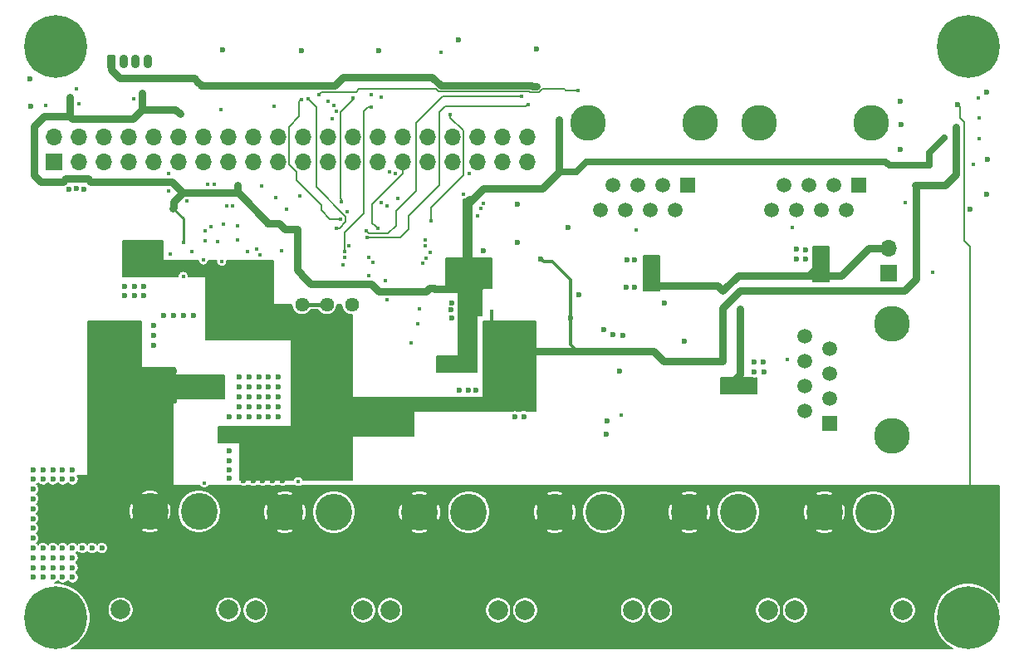
<source format=gbr>
G04 #@! TF.GenerationSoftware,KiCad,Pcbnew,(5.1.4)-1*
G04 #@! TF.CreationDate,2021-01-17T20:08:52-03:30*
G04 #@! TF.ProjectId,AUV_Pi_Expansion,4155565f-5069-45f4-9578-70616e73696f,V1.0*
G04 #@! TF.SameCoordinates,Original*
G04 #@! TF.FileFunction,Copper,L2,Inr*
G04 #@! TF.FilePolarity,Positive*
%FSLAX46Y46*%
G04 Gerber Fmt 4.6, Leading zero omitted, Abs format (unit mm)*
G04 Created by KiCad (PCBNEW (5.1.4)-1) date 2021-01-17 20:08:52*
%MOMM*%
%LPD*%
G04 APERTURE LIST*
%ADD10R,1.700000X1.700000*%
%ADD11O,1.700000X1.700000*%
%ADD12C,6.400000*%
%ADD13C,2.000000*%
%ADD14C,3.750000*%
%ADD15C,1.500000*%
%ADD16R,1.500000X1.500000*%
%ADD17C,3.650000*%
%ADD18C,1.440000*%
%ADD19C,0.100000*%
%ADD20C,0.900000*%
%ADD21O,0.900000X1.400000*%
%ADD22C,0.450000*%
%ADD23C,0.600000*%
%ADD24C,0.762000*%
%ADD25C,0.304800*%
%ADD26C,0.152400*%
%ADD27C,0.254000*%
%ADD28C,0.635000*%
%ADD29C,0.406400*%
%ADD30C,0.128000*%
G04 APERTURE END LIST*
D10*
X53300000Y-100000000D03*
D11*
X53300000Y-97460000D03*
X55840000Y-100000000D03*
X55840000Y-97460000D03*
X58380000Y-100000000D03*
X58380000Y-97460000D03*
X60920000Y-100000000D03*
X60920000Y-97460000D03*
X63460000Y-100000000D03*
X63460000Y-97460000D03*
X66000000Y-100000000D03*
X66000000Y-97460000D03*
X68540000Y-100000000D03*
X68540000Y-97460000D03*
X71080000Y-100000000D03*
X71080000Y-97460000D03*
X73620000Y-100000000D03*
X73620000Y-97460000D03*
X76160000Y-100000000D03*
X76160000Y-97460000D03*
X78700000Y-100000000D03*
X78700000Y-97460000D03*
X81240000Y-100000000D03*
X81240000Y-97460000D03*
X83780000Y-100000000D03*
X83780000Y-97460000D03*
X86320000Y-100000000D03*
X86320000Y-97460000D03*
X88860000Y-100000000D03*
X88860000Y-97460000D03*
X91400000Y-100000000D03*
X91400000Y-97460000D03*
X93940000Y-100000000D03*
X93940000Y-97460000D03*
X96480000Y-100000000D03*
X96480000Y-97460000D03*
X99020000Y-100000000D03*
X99020000Y-97460000D03*
X101560000Y-100000000D03*
X101560000Y-97460000D03*
D12*
X53500000Y-146500000D03*
X53500000Y-88300000D03*
X146500000Y-88300000D03*
X146500000Y-146500000D03*
D13*
X87600000Y-145750000D03*
X98600000Y-145750000D03*
D14*
X90600000Y-135750000D03*
X95600000Y-135750000D03*
X81850000Y-135750000D03*
X76850000Y-135750000D03*
D13*
X84850000Y-145750000D03*
X73850000Y-145750000D03*
X60100000Y-145700000D03*
X71100000Y-145700000D03*
D14*
X63100000Y-135700000D03*
X68100000Y-135700000D03*
X136850000Y-135750000D03*
X131850000Y-135750000D03*
D13*
X139850000Y-145750000D03*
X128850000Y-145750000D03*
X115100000Y-145750000D03*
X126100000Y-145750000D03*
D14*
X118100000Y-135750000D03*
X123100000Y-135750000D03*
X109350000Y-135750000D03*
X104350000Y-135750000D03*
D13*
X112350000Y-145750000D03*
X101350000Y-145750000D03*
D10*
X138400000Y-111390000D03*
D11*
X138400000Y-108850000D03*
D15*
X109060000Y-104940000D03*
X110330000Y-102400000D03*
X111600000Y-104940000D03*
X112870000Y-102400000D03*
X114140000Y-104940000D03*
X115410000Y-102400000D03*
X116680000Y-104940000D03*
D16*
X117950000Y-102400000D03*
D17*
X119220000Y-96050000D03*
X107790000Y-96050000D03*
D15*
X126460000Y-104940001D03*
X127730000Y-102400001D03*
X129000000Y-104940001D03*
X130270000Y-102400001D03*
X131540000Y-104940001D03*
X132810000Y-102400001D03*
X134080000Y-104940001D03*
D16*
X135350000Y-102400001D03*
D17*
X136620000Y-96050001D03*
X125190000Y-96050001D03*
D15*
X129860000Y-117839999D03*
X132400000Y-119109999D03*
X129860000Y-120379999D03*
X132400000Y-121649999D03*
X129860000Y-122919999D03*
X132400000Y-124189999D03*
X129860000Y-125459999D03*
D16*
X132400000Y-126729999D03*
D17*
X138750000Y-127999999D03*
X138750000Y-116569999D03*
D18*
X78600000Y-114600000D03*
X81140000Y-114600000D03*
X83680000Y-114600000D03*
D19*
G36*
X59397055Y-89101083D02*
G01*
X59418896Y-89104323D01*
X59440315Y-89109688D01*
X59461105Y-89117127D01*
X59481065Y-89126568D01*
X59500004Y-89137919D01*
X59517739Y-89151073D01*
X59534100Y-89165901D01*
X59548928Y-89182262D01*
X59562082Y-89199997D01*
X59573433Y-89218936D01*
X59582874Y-89238896D01*
X59590313Y-89259686D01*
X59595678Y-89281105D01*
X59598918Y-89302946D01*
X59600001Y-89325000D01*
X59600001Y-90275000D01*
X59598918Y-90297054D01*
X59595678Y-90318895D01*
X59590313Y-90340314D01*
X59582874Y-90361104D01*
X59573433Y-90381064D01*
X59562082Y-90400003D01*
X59548928Y-90417738D01*
X59534100Y-90434099D01*
X59517739Y-90448927D01*
X59500004Y-90462081D01*
X59481065Y-90473432D01*
X59461105Y-90482873D01*
X59440315Y-90490312D01*
X59418896Y-90495677D01*
X59397055Y-90498917D01*
X59375001Y-90500000D01*
X58925001Y-90500000D01*
X58902947Y-90498917D01*
X58881106Y-90495677D01*
X58859687Y-90490312D01*
X58838897Y-90482873D01*
X58818937Y-90473432D01*
X58799998Y-90462081D01*
X58782263Y-90448927D01*
X58765902Y-90434099D01*
X58751074Y-90417738D01*
X58737920Y-90400003D01*
X58726569Y-90381064D01*
X58717128Y-90361104D01*
X58709689Y-90340314D01*
X58704324Y-90318895D01*
X58701084Y-90297054D01*
X58700001Y-90275000D01*
X58700001Y-89325000D01*
X58701084Y-89302946D01*
X58704324Y-89281105D01*
X58709689Y-89259686D01*
X58717128Y-89238896D01*
X58726569Y-89218936D01*
X58737920Y-89199997D01*
X58751074Y-89182262D01*
X58765902Y-89165901D01*
X58782263Y-89151073D01*
X58799998Y-89137919D01*
X58818937Y-89126568D01*
X58838897Y-89117127D01*
X58859687Y-89109688D01*
X58881106Y-89104323D01*
X58902947Y-89101083D01*
X58925001Y-89100000D01*
X59375001Y-89100000D01*
X59397055Y-89101083D01*
X59397055Y-89101083D01*
G37*
D20*
X59150001Y-89800000D03*
D21*
X60400001Y-89800000D03*
X61650001Y-89800000D03*
X62900001Y-89800000D03*
D22*
X147610000Y-97620000D03*
D23*
X60500000Y-112700000D03*
X71200000Y-126000000D03*
X71200000Y-129500000D03*
X51200000Y-142400000D03*
X52200000Y-142400000D03*
X53200000Y-142400000D03*
X54200000Y-142400000D03*
X55200000Y-142400000D03*
X51200000Y-141400000D03*
X52200000Y-141400000D03*
X53200000Y-141400000D03*
X54200000Y-141400000D03*
X55200000Y-141400000D03*
X51200000Y-140400000D03*
X52200000Y-140400000D03*
X53200000Y-140400000D03*
X54200000Y-140400000D03*
X55200000Y-140400000D03*
X51200000Y-139400000D03*
X52200000Y-139400000D03*
X53200000Y-139400000D03*
X54200000Y-139400000D03*
X55200000Y-139400000D03*
X56200000Y-139400000D03*
X57200000Y-139400000D03*
X58200000Y-139400000D03*
X51200000Y-138400000D03*
X51200000Y-137400000D03*
X51200000Y-136400000D03*
X51200000Y-135400000D03*
X51200000Y-134400000D03*
X51200000Y-133400000D03*
X51200000Y-132400000D03*
X52200000Y-132400000D03*
X53200000Y-132400000D03*
X54200000Y-132400000D03*
X55200000Y-132400000D03*
X51200000Y-131400000D03*
X52200000Y-131400000D03*
X53200000Y-131400000D03*
X54200000Y-131400000D03*
X55200000Y-131400000D03*
X71200000Y-130500000D03*
X71200000Y-131400000D03*
X71200000Y-132300000D03*
X72200000Y-126000000D03*
X73200000Y-126000000D03*
X74200000Y-126000000D03*
X75200000Y-126000000D03*
X76200000Y-126000000D03*
X72200000Y-125000000D03*
X73200000Y-125000000D03*
X74200000Y-125000000D03*
X75200000Y-125000000D03*
X76200000Y-125000000D03*
X72200000Y-124000000D03*
X73200000Y-124000000D03*
X74200000Y-124000000D03*
X75200000Y-124000000D03*
X76200000Y-124000000D03*
X72200000Y-123000000D03*
X73200000Y-123000000D03*
X74200000Y-123000000D03*
X75200000Y-123000000D03*
X76200000Y-123000000D03*
X72200000Y-122000000D03*
X73200000Y-122000000D03*
X74200000Y-122000000D03*
X75200000Y-122000000D03*
X76200000Y-122000000D03*
X61500000Y-112700000D03*
X62500000Y-112700000D03*
X60500000Y-113700000D03*
X61500000Y-113700000D03*
X62500000Y-113700000D03*
X64500000Y-115700000D03*
X65500000Y-115700000D03*
X66500000Y-115700000D03*
X67500000Y-115700000D03*
X63500000Y-116700000D03*
X63500000Y-117700000D03*
X63500000Y-118700000D03*
X50950000Y-94350000D03*
X100300000Y-125990000D03*
X101220000Y-125980000D03*
X95590000Y-123350000D03*
X96360000Y-123330000D03*
X94610000Y-123310000D03*
X93860000Y-115950000D03*
X93830000Y-115120000D03*
X124710000Y-120470000D03*
X124680000Y-121490000D03*
X125630000Y-120460000D03*
X125680000Y-121420000D03*
X111670000Y-112800000D03*
X112500000Y-112790000D03*
X111750000Y-110020000D03*
X112510000Y-110040000D03*
X129960000Y-109910000D03*
X129040000Y-109940000D03*
X129030000Y-108950000D03*
X129940000Y-109010000D03*
X148400000Y-103370000D03*
X146690000Y-104870000D03*
X139680000Y-96220000D03*
X139630000Y-98740000D03*
X139630000Y-93810000D03*
X148450000Y-99790000D03*
X148380000Y-92930000D03*
X102520000Y-88550000D03*
X70520000Y-88640000D03*
D22*
X70560000Y-106400000D03*
X72000000Y-106550000D03*
X72050000Y-108020000D03*
X73080000Y-109190000D03*
X67400000Y-109190000D03*
X68750000Y-108070000D03*
X68710000Y-107060000D03*
X66900000Y-103980000D03*
X77050000Y-104820000D03*
D23*
X55590000Y-102780000D03*
X56350000Y-102860000D03*
X54800000Y-102860000D03*
D22*
X55588000Y-92596000D03*
X55842000Y-94120000D03*
X61430000Y-93612000D03*
X74458731Y-102454410D03*
X69630000Y-102284410D03*
X74290000Y-109491110D03*
X83200000Y-105080000D03*
X85410000Y-111610000D03*
X87110000Y-112150000D03*
X87300000Y-114100000D03*
X90948213Y-110389268D03*
X111110000Y-125850000D03*
X110970000Y-121370000D03*
D23*
X110970000Y-121370000D03*
X93845679Y-114444810D03*
X106790000Y-113550000D03*
X109350000Y-117130000D03*
X111300000Y-117700000D03*
X100580000Y-108270000D03*
X105710000Y-106710000D03*
D22*
X75790000Y-94380000D03*
X70330000Y-94730000D03*
D23*
X94540000Y-87541390D03*
X86450000Y-88658610D03*
X78550000Y-88658610D03*
D22*
X81861624Y-94293610D03*
X92790000Y-88830000D03*
X86683610Y-93455311D03*
X142930000Y-111250000D03*
X89740000Y-118490000D03*
X147640000Y-95550000D03*
X147560000Y-93510000D03*
D23*
X69200000Y-117800000D03*
X71600000Y-127500000D03*
X72600000Y-127500000D03*
X73600000Y-127500000D03*
X74600000Y-127500000D03*
X75600000Y-127500000D03*
X76600000Y-127500000D03*
X71600000Y-128500000D03*
X72600000Y-128500000D03*
X73600000Y-128500000D03*
X74600000Y-128500000D03*
X75600000Y-128500000D03*
X76600000Y-128500000D03*
X72600000Y-129500000D03*
X73600000Y-129500000D03*
X74600000Y-129500000D03*
X75600000Y-129500000D03*
X76600000Y-129500000D03*
X72600000Y-130500000D03*
X73600000Y-130500000D03*
X74600000Y-130500000D03*
X75600000Y-130500000D03*
X76600000Y-130500000D03*
X72600000Y-131500000D03*
X73600000Y-131500000D03*
X74600000Y-131500000D03*
X75600000Y-131500000D03*
X76600000Y-131500000D03*
X72600000Y-132500000D03*
X73600000Y-132500000D03*
X74600000Y-132500000D03*
X75600000Y-132500000D03*
X76600000Y-132500000D03*
X70200000Y-117800000D03*
X71200000Y-117800000D03*
X69200000Y-116800000D03*
X70200000Y-116800000D03*
X71200000Y-116800000D03*
X69200000Y-115800000D03*
X70200000Y-115800000D03*
X71200000Y-115800000D03*
X72200000Y-115800000D03*
X73200000Y-115800000D03*
X74200000Y-115800000D03*
X75200000Y-115800000D03*
X69200000Y-114800000D03*
X75200000Y-114800000D03*
X69200000Y-113800000D03*
X75200000Y-113800000D03*
X69200000Y-112800000D03*
X75200000Y-112800000D03*
X63200000Y-108200000D03*
X64020000Y-108200000D03*
X64020000Y-109200000D03*
X64020000Y-110200000D03*
X64020000Y-111200000D03*
X97900000Y-119270000D03*
X98960000Y-120600000D03*
X99000000Y-119340000D03*
X121470000Y-120320000D03*
X141150000Y-102390000D03*
X145260000Y-96450000D03*
D22*
X90550000Y-115000000D03*
D23*
X106660000Y-119340000D03*
X102940000Y-109910000D03*
X105960000Y-115970000D03*
D22*
X97900000Y-115230000D03*
D23*
X67300000Y-142100000D03*
X62600000Y-124400000D03*
X61250000Y-132500000D03*
X62250000Y-132500000D03*
X63250000Y-132500000D03*
X64250000Y-132500000D03*
X65250000Y-132500000D03*
X61250000Y-131500000D03*
X62250000Y-131500000D03*
X63250000Y-131500000D03*
X64250000Y-131500000D03*
X65250000Y-131500000D03*
X61250000Y-130500000D03*
X62250000Y-130500000D03*
X63250000Y-130500000D03*
X64250000Y-130500000D03*
X65250000Y-130500000D03*
X61250000Y-129500000D03*
X65250000Y-128500000D03*
X65250000Y-129500000D03*
X63600000Y-124400000D03*
X64600000Y-124400000D03*
X65600000Y-124400000D03*
X62600000Y-123400000D03*
X63600000Y-123400000D03*
X64600000Y-123400000D03*
X65600000Y-123400000D03*
X62600000Y-122400000D03*
X63600000Y-122400000D03*
X64600000Y-122400000D03*
X65600000Y-122400000D03*
X62600000Y-121400000D03*
X63600000Y-121400000D03*
X64600000Y-121400000D03*
X65600000Y-121400000D03*
X68300000Y-142100000D03*
X69300000Y-142100000D03*
X67300000Y-141100000D03*
X68300000Y-141100000D03*
X69300000Y-141100000D03*
X81100000Y-141100000D03*
X94900000Y-141100000D03*
X108700000Y-141100000D03*
X122500000Y-141100000D03*
X136300000Y-141100000D03*
X83100000Y-142100000D03*
X96900000Y-142100000D03*
X110700000Y-142100000D03*
X124500000Y-142100000D03*
X138300000Y-142100000D03*
X82100000Y-141100000D03*
X95900000Y-141100000D03*
X109700000Y-141100000D03*
X123500000Y-141100000D03*
X137300000Y-141100000D03*
X83100000Y-141100000D03*
X96900000Y-141100000D03*
X110700000Y-141100000D03*
X124500000Y-141100000D03*
X138300000Y-141100000D03*
X82100000Y-142100000D03*
X95900000Y-142100000D03*
X109700000Y-142100000D03*
X123500000Y-142100000D03*
X137300000Y-142100000D03*
X81100000Y-142100000D03*
X94900000Y-142100000D03*
X108700000Y-142100000D03*
X122500000Y-142100000D03*
X136300000Y-142100000D03*
X145410000Y-94180000D03*
X95600000Y-112985000D03*
X96470000Y-112980000D03*
X94830000Y-112990000D03*
X95730000Y-109540000D03*
X95610000Y-104220000D03*
X95740000Y-107580000D03*
X95610000Y-116020000D03*
X95600000Y-119450000D03*
X144110000Y-97570000D03*
X91550000Y-112940000D03*
X79520000Y-112450000D03*
X78150000Y-111060000D03*
X78150000Y-106890000D03*
X75080000Y-106260000D03*
X72030000Y-102410000D03*
X65450000Y-104730000D03*
X54900000Y-95350000D03*
X54950000Y-93400000D03*
X62280000Y-93040000D03*
X66160000Y-95130000D03*
X104800000Y-95710000D03*
D22*
X66510000Y-108250000D03*
D23*
X98330000Y-102770000D03*
X97120000Y-109130000D03*
D22*
X147020000Y-100290000D03*
X68610000Y-132760000D03*
X78200000Y-132630000D03*
X70943390Y-104536507D03*
X71545590Y-104520496D03*
X52510000Y-94250000D03*
D23*
X102500000Y-92310000D03*
X77240000Y-92210000D03*
X92730000Y-92210000D03*
X100250000Y-92210000D03*
X68280000Y-92168089D03*
D22*
X74310000Y-92210000D03*
X81930000Y-92210000D03*
D23*
X121750000Y-122500000D03*
X124500000Y-122500000D03*
X124500000Y-123500000D03*
X121750000Y-123490000D03*
X123260000Y-115040000D03*
X121510000Y-113190000D03*
X114700000Y-112800000D03*
X113840000Y-112840000D03*
X113800000Y-109970000D03*
X114650000Y-109970000D03*
X131140000Y-109960000D03*
X131130000Y-109190000D03*
X131930000Y-109130000D03*
X131990000Y-109940000D03*
D22*
X82770000Y-110530000D03*
X85800000Y-110260000D03*
X87260000Y-104530000D03*
X82076244Y-94856494D03*
X82980000Y-109770000D03*
X86692071Y-104153573D03*
X81719655Y-95622986D03*
X85376390Y-109730000D03*
X82083059Y-106773059D03*
X79210000Y-93580000D03*
X78510000Y-93640000D03*
X82540000Y-105830000D03*
X87544429Y-101022183D03*
X88120000Y-101200000D03*
X82600000Y-104110000D03*
X83800000Y-93550000D03*
X83409533Y-108566941D03*
X82955923Y-109168069D03*
X85630000Y-94470000D03*
X93730000Y-95210000D03*
X91733572Y-106076428D03*
X95620000Y-101210000D03*
X85189792Y-107077674D03*
X100970000Y-93330000D03*
X85270000Y-107750000D03*
X101650000Y-94170000D03*
X112700000Y-106950000D03*
X128600000Y-106700000D03*
X128100000Y-120200000D03*
X74010000Y-108880000D03*
D23*
X110280000Y-117670000D03*
D22*
X90390000Y-116540000D03*
X91205138Y-108546329D03*
X91147536Y-107946678D03*
X91270000Y-109880000D03*
X91670000Y-109270000D03*
X64986000Y-103010000D03*
X64986000Y-101232000D03*
X80350000Y-93150000D03*
X106780000Y-92740000D03*
X140120000Y-104210000D03*
X81290000Y-93840000D03*
X85656390Y-93180000D03*
X68530000Y-110040000D03*
X69010000Y-102340000D03*
X69360000Y-106610000D03*
X70410000Y-110160000D03*
X95090000Y-103300000D03*
X96512979Y-105510000D03*
X70000000Y-108120000D03*
X76500000Y-109070000D03*
X97118421Y-104257289D03*
X96813610Y-104780000D03*
X86302022Y-106810000D03*
X66490000Y-111700000D03*
X65150000Y-109450000D03*
X75930000Y-103700000D03*
X78380000Y-103490000D03*
X88410000Y-103760000D03*
D23*
X100530000Y-104370000D03*
X115530000Y-114400000D03*
X109670000Y-126470000D03*
X109660000Y-127790000D03*
X117610000Y-118320000D03*
X50900000Y-91550000D03*
D24*
X114470000Y-119340000D02*
X115440000Y-120310000D01*
X115440000Y-120310000D02*
X121460000Y-120310000D01*
X121460000Y-120310000D02*
X121470000Y-120320000D01*
X121470000Y-120320000D02*
X121470000Y-114910000D01*
X121470000Y-114910000D02*
X123230000Y-113150000D01*
X123230000Y-113150000D02*
X139300122Y-113150000D01*
X139300122Y-113150000D02*
X139980000Y-113150000D01*
X139980000Y-113150000D02*
X141190000Y-111940000D01*
X141190000Y-111940000D02*
X141190000Y-102430000D01*
X141190000Y-102430000D02*
X141150000Y-102390000D01*
X141150000Y-102390000D02*
X144200000Y-102390000D01*
X144200000Y-102390000D02*
X145260000Y-101330000D01*
X145260000Y-101330000D02*
X145260000Y-96450000D01*
X99000000Y-119340000D02*
X106660000Y-119340000D01*
X106660000Y-119340000D02*
X114470000Y-119340000D01*
D25*
X97900000Y-115230000D02*
X97900000Y-119270000D01*
X103239999Y-110209999D02*
X104149999Y-110209999D01*
X102940000Y-109910000D02*
X103239999Y-110209999D01*
X104149999Y-110209999D02*
X105960000Y-112020000D01*
X105960000Y-118640000D02*
X106660000Y-119340000D01*
X105960000Y-116140000D02*
X105960000Y-115970000D01*
X105960000Y-116140000D02*
X105960000Y-118640000D01*
X105960000Y-112020000D02*
X105960000Y-115970000D01*
D26*
X145709999Y-94479999D02*
X145709999Y-95559999D01*
X145410000Y-94180000D02*
X145709999Y-94479999D01*
X145709999Y-95559999D02*
X146080000Y-95930000D01*
X146080000Y-95930000D02*
X146080000Y-108060000D01*
X146080000Y-108060000D02*
X146670000Y-108650000D01*
X146670000Y-108650000D02*
X146670000Y-133500000D01*
X145900000Y-133500000D02*
X138300000Y-141100000D01*
X146670000Y-133500000D02*
X145900000Y-133500000D01*
D24*
X94830000Y-112990000D02*
X92130000Y-112990000D01*
X92130000Y-112990000D02*
X92080000Y-112940000D01*
X92080000Y-112940000D02*
X91550000Y-112940000D01*
X91250001Y-113239999D02*
X86429999Y-113239999D01*
X91550000Y-112940000D02*
X91250001Y-113239999D01*
X86429999Y-113239999D02*
X85690000Y-112500000D01*
X85690000Y-112500000D02*
X79570000Y-112500000D01*
X79570000Y-112500000D02*
X79520000Y-112450000D01*
X79520000Y-112450000D02*
X78580000Y-111510000D01*
X78580000Y-111510000D02*
X78580000Y-111490000D01*
X78580000Y-111490000D02*
X78150000Y-111060000D01*
X78150000Y-111060000D02*
X78150000Y-106890000D01*
X78150000Y-106890000D02*
X76880000Y-106890000D01*
X76880000Y-106890000D02*
X76250000Y-106260000D01*
X76250000Y-106260000D02*
X75080000Y-106260000D01*
X72030000Y-103120000D02*
X72030000Y-102410000D01*
X72030000Y-103120000D02*
X66470000Y-103120000D01*
X66470000Y-103120000D02*
X65490000Y-104100000D01*
X65490000Y-104100000D02*
X65490000Y-104690000D01*
X65490000Y-104690000D02*
X65450000Y-104730000D01*
X54900000Y-95350000D02*
X54900000Y-93450000D01*
X54900000Y-93450000D02*
X54950000Y-93400000D01*
X55199999Y-95649999D02*
X61320001Y-95649999D01*
X54900000Y-95350000D02*
X55199999Y-95649999D01*
X61320001Y-95649999D02*
X62280000Y-94690000D01*
X62280000Y-94690000D02*
X62280000Y-93040000D01*
X62280000Y-94690000D02*
X65720000Y-94690000D01*
X65720000Y-94690000D02*
X66160000Y-95130000D01*
X76250000Y-106260000D02*
X75170000Y-106260000D01*
X75170000Y-106260000D02*
X72110000Y-103200000D01*
X72110000Y-103200000D02*
X72030000Y-103120000D01*
D27*
X66510000Y-105790000D02*
X65450000Y-104730000D01*
X66510000Y-108250000D02*
X66510000Y-105790000D01*
D24*
X104800000Y-95710000D02*
X104800000Y-101050000D01*
X104800000Y-101050000D02*
X103080000Y-102770000D01*
X97060000Y-102770000D02*
X95610000Y-104220000D01*
X103080000Y-102770000D02*
X98330000Y-102770000D01*
X98330000Y-102770000D02*
X97060000Y-102770000D01*
D28*
X104800000Y-101050000D02*
X106560000Y-101050000D01*
X106560000Y-101050000D02*
X107610000Y-100000000D01*
X107610000Y-100000000D02*
X138100000Y-100000000D01*
X138100000Y-100000000D02*
X138510000Y-100410000D01*
X138510000Y-100410000D02*
X142550000Y-100410000D01*
X142550000Y-99130000D02*
X144110000Y-97570000D01*
X142550000Y-100410000D02*
X142550000Y-99130000D01*
D24*
X65371599Y-102021599D02*
X66470000Y-103120000D01*
X57021599Y-102021599D02*
X65371599Y-102021599D01*
X54500000Y-101750000D02*
X56750000Y-101750000D01*
X52320000Y-95350000D02*
X51260000Y-96410000D01*
X54900000Y-95350000D02*
X52320000Y-95350000D01*
X51260000Y-96410000D02*
X51260000Y-101360000D01*
X51260000Y-101360000D02*
X51921599Y-102021599D01*
X56750000Y-101750000D02*
X57021599Y-102021599D01*
X51921599Y-102021599D02*
X54228401Y-102021599D01*
X54228401Y-102021599D02*
X54500000Y-101750000D01*
D29*
X78600000Y-114600000D02*
X81140000Y-114600000D01*
D24*
X102075736Y-92310000D02*
X101975736Y-92210000D01*
X102500000Y-92310000D02*
X102075736Y-92310000D01*
X101975736Y-92210000D02*
X100250000Y-92210000D01*
X100250000Y-92210000D02*
X92730000Y-92210000D01*
X59150001Y-89800000D02*
X59150001Y-90600000D01*
X59150001Y-90600000D02*
X60040001Y-91490000D01*
X68321911Y-92210000D02*
X68280000Y-92168089D01*
X67980001Y-91868090D02*
X68280000Y-92168089D01*
X67601911Y-91490000D02*
X67980001Y-91868090D01*
X60040001Y-91490000D02*
X67601911Y-91490000D01*
X74310000Y-92210000D02*
X68321911Y-92210000D01*
X77240000Y-92210000D02*
X74310000Y-92210000D01*
X81930000Y-92210000D02*
X77240000Y-92210000D01*
X91875498Y-91355498D02*
X82784502Y-91355498D01*
X92730000Y-92210000D02*
X91875498Y-91355498D01*
X82784502Y-91355498D02*
X82154999Y-91985001D01*
X82154999Y-91985001D02*
X81930000Y-92210000D01*
X121750000Y-122500000D02*
X122490000Y-122500000D01*
X122490000Y-122500000D02*
X123260000Y-121730000D01*
X123260000Y-121730000D02*
X123260000Y-115040000D01*
X121510000Y-113190000D02*
X120950000Y-112630000D01*
X120950000Y-112630000D02*
X114870000Y-112630000D01*
X114870000Y-112630000D02*
X114700000Y-112800000D01*
X136390000Y-108850000D02*
X138400000Y-108850000D01*
X133600000Y-111640000D02*
X136390000Y-108850000D01*
X121510000Y-113190000D02*
X123060000Y-111640000D01*
X130290000Y-111640000D02*
X130000000Y-111640000D01*
X131990000Y-109940000D02*
X130290000Y-111640000D01*
X123060000Y-111640000D02*
X130000000Y-111640000D01*
X130000000Y-111640000D02*
X133600000Y-111640000D01*
X131970000Y-109960000D02*
X131990000Y-109940000D01*
X131140000Y-109960000D02*
X131970000Y-109960000D01*
X131990000Y-109190000D02*
X131930000Y-109130000D01*
X131990000Y-109940000D02*
X131990000Y-109190000D01*
X131130000Y-109950000D02*
X131140000Y-109960000D01*
X131130000Y-109190000D02*
X131130000Y-109950000D01*
D26*
X80070000Y-102598668D02*
X80070000Y-94440000D01*
X83053602Y-106120714D02*
X83053602Y-105582270D01*
X80070000Y-94440000D02*
X79434999Y-93804999D01*
X79434999Y-93804999D02*
X79210000Y-93580000D01*
X82401257Y-106773059D02*
X83053602Y-106120714D01*
X82083059Y-106773059D02*
X82401257Y-106773059D01*
X83053602Y-105582270D02*
X80070000Y-102598668D01*
X81420000Y-105830000D02*
X82540000Y-105830000D01*
X80550000Y-104430000D02*
X80550000Y-104960000D01*
X77998601Y-101878601D02*
X80550000Y-104430000D01*
X78285001Y-93864999D02*
X78285001Y-95394999D01*
X78510000Y-93640000D02*
X78285001Y-93864999D01*
X80550000Y-104960000D02*
X81420000Y-105830000D01*
X78285001Y-95394999D02*
X77238601Y-96441399D01*
X77238601Y-96441399D02*
X77238601Y-100318601D01*
X77238601Y-100318601D02*
X77998601Y-101078601D01*
X77998601Y-101078601D02*
X77998601Y-101878601D01*
X82600000Y-103791802D02*
X82540000Y-103731802D01*
X82600000Y-104110000D02*
X82600000Y-103791802D01*
X82540000Y-103731802D02*
X82540000Y-94910000D01*
X83800000Y-93650000D02*
X83800000Y-93550000D01*
X82540000Y-94910000D02*
X83800000Y-93650000D01*
X85311802Y-94470000D02*
X84880000Y-94901802D01*
X85630000Y-94470000D02*
X85311802Y-94470000D01*
X84880000Y-94901802D02*
X84880000Y-105320000D01*
X82955923Y-107244077D02*
X82955923Y-109168069D01*
X84880000Y-105320000D02*
X82955923Y-107244077D01*
X95018601Y-96816799D02*
X95018601Y-101391399D01*
X93730000Y-95210000D02*
X93730000Y-95528198D01*
X93730000Y-95528198D02*
X95018601Y-96816799D01*
X95018601Y-101391399D02*
X91750000Y-104660000D01*
X91750000Y-106060000D02*
X91733572Y-106076428D01*
X91750000Y-104660000D02*
X91750000Y-106060000D01*
X88160000Y-105060000D02*
X90220000Y-103000000D01*
X85189792Y-107077674D02*
X85414791Y-107302673D01*
X85414791Y-107302673D02*
X87387327Y-107302673D01*
X92931066Y-93330000D02*
X100651802Y-93330000D01*
X100651802Y-93330000D02*
X100970000Y-93330000D01*
X90220000Y-96041066D02*
X92931066Y-93330000D01*
X88160000Y-106530000D02*
X88160000Y-105060000D01*
X90220000Y-103000000D02*
X90220000Y-96041066D01*
X87387327Y-107302673D02*
X88160000Y-106530000D01*
X88620000Y-107750000D02*
X85270000Y-107750000D01*
X89460000Y-106910000D02*
X88620000Y-107750000D01*
X101650000Y-94170000D02*
X101425001Y-94394999D01*
X101425001Y-94394999D02*
X93205001Y-94394999D01*
X93205001Y-94394999D02*
X92610000Y-94990000D01*
X92610000Y-94990000D02*
X92610000Y-102380000D01*
X92610000Y-102380000D02*
X89460000Y-105530000D01*
X89460000Y-105530000D02*
X89460000Y-106910000D01*
X80574999Y-92925001D02*
X84114999Y-92925001D01*
X80350000Y-93150000D02*
X80574999Y-92925001D01*
X84114999Y-92925001D02*
X84430000Y-92610000D01*
X103062118Y-92610000D02*
X105360000Y-92610000D01*
X102752508Y-92919610D02*
X103062118Y-92610000D01*
X101723228Y-92819610D02*
X101823228Y-92919610D01*
X92267882Y-92610000D02*
X92477492Y-92819610D01*
X101823228Y-92919610D02*
X102752508Y-92919610D01*
X84430000Y-92610000D02*
X92267882Y-92610000D01*
X92477492Y-92819610D02*
X101723228Y-92819610D01*
X105360000Y-92610000D02*
X105490000Y-92740000D01*
X105490000Y-92740000D02*
X106780000Y-92740000D01*
X88860000Y-101202081D02*
X85750000Y-104312081D01*
X85750000Y-104312081D02*
X85750000Y-106257978D01*
X88860000Y-100000000D02*
X88860000Y-101202081D01*
X86077023Y-106585001D02*
X86302022Y-106810000D01*
X85750000Y-106257978D02*
X86077023Y-106585001D01*
X86370000Y-106810000D02*
X86302022Y-106810000D01*
D30*
G36*
X62186000Y-121000000D02*
G01*
X62187230Y-121012486D01*
X62190872Y-121024492D01*
X62196786Y-121035556D01*
X62204745Y-121045255D01*
X62214444Y-121053214D01*
X62225508Y-121059128D01*
X62237514Y-121062770D01*
X62250000Y-121064000D01*
X65686000Y-121064000D01*
X65686000Y-121750000D01*
X65687230Y-121762486D01*
X65690872Y-121774492D01*
X65696786Y-121785556D01*
X65704745Y-121795255D01*
X65714444Y-121803214D01*
X65725508Y-121809128D01*
X65737514Y-121812770D01*
X65750000Y-121814000D01*
X70686000Y-121814000D01*
X70686000Y-124186000D01*
X65500000Y-124186000D01*
X65487514Y-124187230D01*
X65475508Y-124190872D01*
X65464444Y-124196786D01*
X65454745Y-124204745D01*
X65446786Y-124214444D01*
X65440872Y-124225508D01*
X65437230Y-124237514D01*
X65436000Y-124250000D01*
X65436000Y-133000000D01*
X65437230Y-133012486D01*
X65440872Y-133024492D01*
X65446786Y-133035556D01*
X65454745Y-133045255D01*
X65464444Y-133053214D01*
X65475508Y-133059128D01*
X65487514Y-133062770D01*
X65500000Y-133064000D01*
X68160066Y-133064000D01*
X68188225Y-133106142D01*
X68263858Y-133181775D01*
X68352793Y-133241200D01*
X68451613Y-133282132D01*
X68556519Y-133303000D01*
X68663481Y-133303000D01*
X68768387Y-133282132D01*
X68867207Y-133241200D01*
X68956142Y-133181775D01*
X69031775Y-133106142D01*
X69059934Y-133064000D01*
X72346706Y-133064000D01*
X72419736Y-133094250D01*
X72539132Y-133118000D01*
X72660868Y-133118000D01*
X72780264Y-133094250D01*
X72853294Y-133064000D01*
X73346706Y-133064000D01*
X73419736Y-133094250D01*
X73539132Y-133118000D01*
X73660868Y-133118000D01*
X73780264Y-133094250D01*
X73853294Y-133064000D01*
X74346706Y-133064000D01*
X74419736Y-133094250D01*
X74539132Y-133118000D01*
X74660868Y-133118000D01*
X74780264Y-133094250D01*
X74853294Y-133064000D01*
X75346706Y-133064000D01*
X75419736Y-133094250D01*
X75539132Y-133118000D01*
X75660868Y-133118000D01*
X75780264Y-133094250D01*
X75853294Y-133064000D01*
X76346706Y-133064000D01*
X76419736Y-133094250D01*
X76539132Y-133118000D01*
X76660868Y-133118000D01*
X76780264Y-133094250D01*
X76853294Y-133064000D01*
X77872154Y-133064000D01*
X77942793Y-133111200D01*
X78041613Y-133152132D01*
X78146519Y-133173000D01*
X78253481Y-133173000D01*
X78358387Y-133152132D01*
X78457207Y-133111200D01*
X78527846Y-133064000D01*
X149657000Y-133064000D01*
X149657000Y-143766842D01*
X149657001Y-143766852D01*
X149657001Y-144928697D01*
X149617611Y-144833602D01*
X149232609Y-144257406D01*
X148742594Y-143767391D01*
X148166398Y-143382389D01*
X147526163Y-143117195D01*
X146846493Y-142982000D01*
X146153507Y-142982000D01*
X145473837Y-143117195D01*
X144833602Y-143382389D01*
X144257406Y-143767391D01*
X143767391Y-144257406D01*
X143382389Y-144833602D01*
X143117195Y-145473837D01*
X142982000Y-146153507D01*
X142982000Y-146846493D01*
X143117195Y-147526163D01*
X143382389Y-148166398D01*
X143767391Y-148742594D01*
X144257406Y-149232609D01*
X144833602Y-149617611D01*
X144928695Y-149657000D01*
X55071305Y-149657000D01*
X55166398Y-149617611D01*
X55742594Y-149232609D01*
X56232609Y-148742594D01*
X56617611Y-148166398D01*
X56882805Y-147526163D01*
X57018000Y-146846493D01*
X57018000Y-146153507D01*
X56901971Y-145570188D01*
X58782000Y-145570188D01*
X58782000Y-145829812D01*
X58832650Y-146084446D01*
X58932004Y-146324307D01*
X59076243Y-146540176D01*
X59259824Y-146723757D01*
X59475693Y-146867996D01*
X59715554Y-146967350D01*
X59970188Y-147018000D01*
X60229812Y-147018000D01*
X60484446Y-146967350D01*
X60724307Y-146867996D01*
X60940176Y-146723757D01*
X61123757Y-146540176D01*
X61267996Y-146324307D01*
X61367350Y-146084446D01*
X61418000Y-145829812D01*
X61418000Y-145570188D01*
X69782000Y-145570188D01*
X69782000Y-145829812D01*
X69832650Y-146084446D01*
X69932004Y-146324307D01*
X70076243Y-146540176D01*
X70259824Y-146723757D01*
X70475693Y-146867996D01*
X70715554Y-146967350D01*
X70970188Y-147018000D01*
X71229812Y-147018000D01*
X71484446Y-146967350D01*
X71724307Y-146867996D01*
X71940176Y-146723757D01*
X72123757Y-146540176D01*
X72267996Y-146324307D01*
X72367350Y-146084446D01*
X72418000Y-145829812D01*
X72418000Y-145620188D01*
X72532000Y-145620188D01*
X72532000Y-145879812D01*
X72582650Y-146134446D01*
X72682004Y-146374307D01*
X72826243Y-146590176D01*
X73009824Y-146773757D01*
X73225693Y-146917996D01*
X73465554Y-147017350D01*
X73720188Y-147068000D01*
X73979812Y-147068000D01*
X74234446Y-147017350D01*
X74474307Y-146917996D01*
X74690176Y-146773757D01*
X74873757Y-146590176D01*
X75017996Y-146374307D01*
X75117350Y-146134446D01*
X75168000Y-145879812D01*
X75168000Y-145620188D01*
X83532000Y-145620188D01*
X83532000Y-145879812D01*
X83582650Y-146134446D01*
X83682004Y-146374307D01*
X83826243Y-146590176D01*
X84009824Y-146773757D01*
X84225693Y-146917996D01*
X84465554Y-147017350D01*
X84720188Y-147068000D01*
X84979812Y-147068000D01*
X85234446Y-147017350D01*
X85474307Y-146917996D01*
X85690176Y-146773757D01*
X85873757Y-146590176D01*
X86017996Y-146374307D01*
X86117350Y-146134446D01*
X86168000Y-145879812D01*
X86168000Y-145620188D01*
X86282000Y-145620188D01*
X86282000Y-145879812D01*
X86332650Y-146134446D01*
X86432004Y-146374307D01*
X86576243Y-146590176D01*
X86759824Y-146773757D01*
X86975693Y-146917996D01*
X87215554Y-147017350D01*
X87470188Y-147068000D01*
X87729812Y-147068000D01*
X87984446Y-147017350D01*
X88224307Y-146917996D01*
X88440176Y-146773757D01*
X88623757Y-146590176D01*
X88767996Y-146374307D01*
X88867350Y-146134446D01*
X88918000Y-145879812D01*
X88918000Y-145620188D01*
X97282000Y-145620188D01*
X97282000Y-145879812D01*
X97332650Y-146134446D01*
X97432004Y-146374307D01*
X97576243Y-146590176D01*
X97759824Y-146773757D01*
X97975693Y-146917996D01*
X98215554Y-147017350D01*
X98470188Y-147068000D01*
X98729812Y-147068000D01*
X98984446Y-147017350D01*
X99224307Y-146917996D01*
X99440176Y-146773757D01*
X99623757Y-146590176D01*
X99767996Y-146374307D01*
X99867350Y-146134446D01*
X99918000Y-145879812D01*
X99918000Y-145620188D01*
X100032000Y-145620188D01*
X100032000Y-145879812D01*
X100082650Y-146134446D01*
X100182004Y-146374307D01*
X100326243Y-146590176D01*
X100509824Y-146773757D01*
X100725693Y-146917996D01*
X100965554Y-147017350D01*
X101220188Y-147068000D01*
X101479812Y-147068000D01*
X101734446Y-147017350D01*
X101974307Y-146917996D01*
X102190176Y-146773757D01*
X102373757Y-146590176D01*
X102517996Y-146374307D01*
X102617350Y-146134446D01*
X102668000Y-145879812D01*
X102668000Y-145620188D01*
X111032000Y-145620188D01*
X111032000Y-145879812D01*
X111082650Y-146134446D01*
X111182004Y-146374307D01*
X111326243Y-146590176D01*
X111509824Y-146773757D01*
X111725693Y-146917996D01*
X111965554Y-147017350D01*
X112220188Y-147068000D01*
X112479812Y-147068000D01*
X112734446Y-147017350D01*
X112974307Y-146917996D01*
X113190176Y-146773757D01*
X113373757Y-146590176D01*
X113517996Y-146374307D01*
X113617350Y-146134446D01*
X113668000Y-145879812D01*
X113668000Y-145620188D01*
X113782000Y-145620188D01*
X113782000Y-145879812D01*
X113832650Y-146134446D01*
X113932004Y-146374307D01*
X114076243Y-146590176D01*
X114259824Y-146773757D01*
X114475693Y-146917996D01*
X114715554Y-147017350D01*
X114970188Y-147068000D01*
X115229812Y-147068000D01*
X115484446Y-147017350D01*
X115724307Y-146917996D01*
X115940176Y-146773757D01*
X116123757Y-146590176D01*
X116267996Y-146374307D01*
X116367350Y-146134446D01*
X116418000Y-145879812D01*
X116418000Y-145620188D01*
X124782000Y-145620188D01*
X124782000Y-145879812D01*
X124832650Y-146134446D01*
X124932004Y-146374307D01*
X125076243Y-146590176D01*
X125259824Y-146773757D01*
X125475693Y-146917996D01*
X125715554Y-147017350D01*
X125970188Y-147068000D01*
X126229812Y-147068000D01*
X126484446Y-147017350D01*
X126724307Y-146917996D01*
X126940176Y-146773757D01*
X127123757Y-146590176D01*
X127267996Y-146374307D01*
X127367350Y-146134446D01*
X127418000Y-145879812D01*
X127418000Y-145620188D01*
X127532000Y-145620188D01*
X127532000Y-145879812D01*
X127582650Y-146134446D01*
X127682004Y-146374307D01*
X127826243Y-146590176D01*
X128009824Y-146773757D01*
X128225693Y-146917996D01*
X128465554Y-147017350D01*
X128720188Y-147068000D01*
X128979812Y-147068000D01*
X129234446Y-147017350D01*
X129474307Y-146917996D01*
X129690176Y-146773757D01*
X129873757Y-146590176D01*
X130017996Y-146374307D01*
X130117350Y-146134446D01*
X130168000Y-145879812D01*
X130168000Y-145620188D01*
X138532000Y-145620188D01*
X138532000Y-145879812D01*
X138582650Y-146134446D01*
X138682004Y-146374307D01*
X138826243Y-146590176D01*
X139009824Y-146773757D01*
X139225693Y-146917996D01*
X139465554Y-147017350D01*
X139720188Y-147068000D01*
X139979812Y-147068000D01*
X140234446Y-147017350D01*
X140474307Y-146917996D01*
X140690176Y-146773757D01*
X140873757Y-146590176D01*
X141017996Y-146374307D01*
X141117350Y-146134446D01*
X141168000Y-145879812D01*
X141168000Y-145620188D01*
X141117350Y-145365554D01*
X141017996Y-145125693D01*
X140873757Y-144909824D01*
X140690176Y-144726243D01*
X140474307Y-144582004D01*
X140234446Y-144482650D01*
X139979812Y-144432000D01*
X139720188Y-144432000D01*
X139465554Y-144482650D01*
X139225693Y-144582004D01*
X139009824Y-144726243D01*
X138826243Y-144909824D01*
X138682004Y-145125693D01*
X138582650Y-145365554D01*
X138532000Y-145620188D01*
X130168000Y-145620188D01*
X130117350Y-145365554D01*
X130017996Y-145125693D01*
X129873757Y-144909824D01*
X129690176Y-144726243D01*
X129474307Y-144582004D01*
X129234446Y-144482650D01*
X128979812Y-144432000D01*
X128720188Y-144432000D01*
X128465554Y-144482650D01*
X128225693Y-144582004D01*
X128009824Y-144726243D01*
X127826243Y-144909824D01*
X127682004Y-145125693D01*
X127582650Y-145365554D01*
X127532000Y-145620188D01*
X127418000Y-145620188D01*
X127367350Y-145365554D01*
X127267996Y-145125693D01*
X127123757Y-144909824D01*
X126940176Y-144726243D01*
X126724307Y-144582004D01*
X126484446Y-144482650D01*
X126229812Y-144432000D01*
X125970188Y-144432000D01*
X125715554Y-144482650D01*
X125475693Y-144582004D01*
X125259824Y-144726243D01*
X125076243Y-144909824D01*
X124932004Y-145125693D01*
X124832650Y-145365554D01*
X124782000Y-145620188D01*
X116418000Y-145620188D01*
X116367350Y-145365554D01*
X116267996Y-145125693D01*
X116123757Y-144909824D01*
X115940176Y-144726243D01*
X115724307Y-144582004D01*
X115484446Y-144482650D01*
X115229812Y-144432000D01*
X114970188Y-144432000D01*
X114715554Y-144482650D01*
X114475693Y-144582004D01*
X114259824Y-144726243D01*
X114076243Y-144909824D01*
X113932004Y-145125693D01*
X113832650Y-145365554D01*
X113782000Y-145620188D01*
X113668000Y-145620188D01*
X113617350Y-145365554D01*
X113517996Y-145125693D01*
X113373757Y-144909824D01*
X113190176Y-144726243D01*
X112974307Y-144582004D01*
X112734446Y-144482650D01*
X112479812Y-144432000D01*
X112220188Y-144432000D01*
X111965554Y-144482650D01*
X111725693Y-144582004D01*
X111509824Y-144726243D01*
X111326243Y-144909824D01*
X111182004Y-145125693D01*
X111082650Y-145365554D01*
X111032000Y-145620188D01*
X102668000Y-145620188D01*
X102617350Y-145365554D01*
X102517996Y-145125693D01*
X102373757Y-144909824D01*
X102190176Y-144726243D01*
X101974307Y-144582004D01*
X101734446Y-144482650D01*
X101479812Y-144432000D01*
X101220188Y-144432000D01*
X100965554Y-144482650D01*
X100725693Y-144582004D01*
X100509824Y-144726243D01*
X100326243Y-144909824D01*
X100182004Y-145125693D01*
X100082650Y-145365554D01*
X100032000Y-145620188D01*
X99918000Y-145620188D01*
X99867350Y-145365554D01*
X99767996Y-145125693D01*
X99623757Y-144909824D01*
X99440176Y-144726243D01*
X99224307Y-144582004D01*
X98984446Y-144482650D01*
X98729812Y-144432000D01*
X98470188Y-144432000D01*
X98215554Y-144482650D01*
X97975693Y-144582004D01*
X97759824Y-144726243D01*
X97576243Y-144909824D01*
X97432004Y-145125693D01*
X97332650Y-145365554D01*
X97282000Y-145620188D01*
X88918000Y-145620188D01*
X88867350Y-145365554D01*
X88767996Y-145125693D01*
X88623757Y-144909824D01*
X88440176Y-144726243D01*
X88224307Y-144582004D01*
X87984446Y-144482650D01*
X87729812Y-144432000D01*
X87470188Y-144432000D01*
X87215554Y-144482650D01*
X86975693Y-144582004D01*
X86759824Y-144726243D01*
X86576243Y-144909824D01*
X86432004Y-145125693D01*
X86332650Y-145365554D01*
X86282000Y-145620188D01*
X86168000Y-145620188D01*
X86117350Y-145365554D01*
X86017996Y-145125693D01*
X85873757Y-144909824D01*
X85690176Y-144726243D01*
X85474307Y-144582004D01*
X85234446Y-144482650D01*
X84979812Y-144432000D01*
X84720188Y-144432000D01*
X84465554Y-144482650D01*
X84225693Y-144582004D01*
X84009824Y-144726243D01*
X83826243Y-144909824D01*
X83682004Y-145125693D01*
X83582650Y-145365554D01*
X83532000Y-145620188D01*
X75168000Y-145620188D01*
X75117350Y-145365554D01*
X75017996Y-145125693D01*
X74873757Y-144909824D01*
X74690176Y-144726243D01*
X74474307Y-144582004D01*
X74234446Y-144482650D01*
X73979812Y-144432000D01*
X73720188Y-144432000D01*
X73465554Y-144482650D01*
X73225693Y-144582004D01*
X73009824Y-144726243D01*
X72826243Y-144909824D01*
X72682004Y-145125693D01*
X72582650Y-145365554D01*
X72532000Y-145620188D01*
X72418000Y-145620188D01*
X72418000Y-145570188D01*
X72367350Y-145315554D01*
X72267996Y-145075693D01*
X72123757Y-144859824D01*
X71940176Y-144676243D01*
X71724307Y-144532004D01*
X71484446Y-144432650D01*
X71229812Y-144382000D01*
X70970188Y-144382000D01*
X70715554Y-144432650D01*
X70475693Y-144532004D01*
X70259824Y-144676243D01*
X70076243Y-144859824D01*
X69932004Y-145075693D01*
X69832650Y-145315554D01*
X69782000Y-145570188D01*
X61418000Y-145570188D01*
X61367350Y-145315554D01*
X61267996Y-145075693D01*
X61123757Y-144859824D01*
X60940176Y-144676243D01*
X60724307Y-144532004D01*
X60484446Y-144432650D01*
X60229812Y-144382000D01*
X59970188Y-144382000D01*
X59715554Y-144432650D01*
X59475693Y-144532004D01*
X59259824Y-144676243D01*
X59076243Y-144859824D01*
X58932004Y-145075693D01*
X58832650Y-145315554D01*
X58782000Y-145570188D01*
X56901971Y-145570188D01*
X56882805Y-145473837D01*
X56617611Y-144833602D01*
X56232609Y-144257406D01*
X55742594Y-143767391D01*
X55166398Y-143382389D01*
X54526163Y-143117195D01*
X53846493Y-142982000D01*
X53409838Y-142982000D01*
X53492733Y-142947664D01*
X53593952Y-142880032D01*
X53680032Y-142793952D01*
X53700000Y-142764068D01*
X53719968Y-142793952D01*
X53806048Y-142880032D01*
X53907267Y-142947664D01*
X54019736Y-142994250D01*
X54139132Y-143018000D01*
X54260868Y-143018000D01*
X54380264Y-142994250D01*
X54492733Y-142947664D01*
X54593952Y-142880032D01*
X54680032Y-142793952D01*
X54700000Y-142764068D01*
X54719968Y-142793952D01*
X54806048Y-142880032D01*
X54907267Y-142947664D01*
X55019736Y-142994250D01*
X55139132Y-143018000D01*
X55260868Y-143018000D01*
X55380264Y-142994250D01*
X55492733Y-142947664D01*
X55593952Y-142880032D01*
X55680032Y-142793952D01*
X55747664Y-142692733D01*
X55794250Y-142580264D01*
X55818000Y-142460868D01*
X55818000Y-142339132D01*
X55794250Y-142219736D01*
X55747664Y-142107267D01*
X55680032Y-142006048D01*
X55593952Y-141919968D01*
X55564068Y-141900000D01*
X55593952Y-141880032D01*
X55680032Y-141793952D01*
X55747664Y-141692733D01*
X55794250Y-141580264D01*
X55818000Y-141460868D01*
X55818000Y-141339132D01*
X55794250Y-141219736D01*
X55747664Y-141107267D01*
X55680032Y-141006048D01*
X55593952Y-140919968D01*
X55564068Y-140900000D01*
X55593952Y-140880032D01*
X55680032Y-140793952D01*
X55747664Y-140692733D01*
X55794250Y-140580264D01*
X55818000Y-140460868D01*
X55818000Y-140339132D01*
X55794250Y-140219736D01*
X55747664Y-140107267D01*
X55680032Y-140006048D01*
X55593952Y-139919968D01*
X55564068Y-139900000D01*
X55593952Y-139880032D01*
X55680032Y-139793952D01*
X55700000Y-139764068D01*
X55719968Y-139793952D01*
X55806048Y-139880032D01*
X55907267Y-139947664D01*
X56019736Y-139994250D01*
X56139132Y-140018000D01*
X56260868Y-140018000D01*
X56380264Y-139994250D01*
X56492733Y-139947664D01*
X56593952Y-139880032D01*
X56680032Y-139793952D01*
X56700000Y-139764068D01*
X56719968Y-139793952D01*
X56806048Y-139880032D01*
X56907267Y-139947664D01*
X57019736Y-139994250D01*
X57139132Y-140018000D01*
X57260868Y-140018000D01*
X57380264Y-139994250D01*
X57492733Y-139947664D01*
X57593952Y-139880032D01*
X57680032Y-139793952D01*
X57700000Y-139764068D01*
X57719968Y-139793952D01*
X57806048Y-139880032D01*
X57907267Y-139947664D01*
X58019736Y-139994250D01*
X58139132Y-140018000D01*
X58260868Y-140018000D01*
X58380264Y-139994250D01*
X58492733Y-139947664D01*
X58593952Y-139880032D01*
X58680032Y-139793952D01*
X58747664Y-139692733D01*
X58794250Y-139580264D01*
X58818000Y-139460868D01*
X58818000Y-139339132D01*
X58794250Y-139219736D01*
X58747664Y-139107267D01*
X58680032Y-139006048D01*
X58593952Y-138919968D01*
X58492733Y-138852336D01*
X58380264Y-138805750D01*
X58260868Y-138782000D01*
X58139132Y-138782000D01*
X58019736Y-138805750D01*
X57907267Y-138852336D01*
X57806048Y-138919968D01*
X57719968Y-139006048D01*
X57700000Y-139035932D01*
X57680032Y-139006048D01*
X57593952Y-138919968D01*
X57492733Y-138852336D01*
X57380264Y-138805750D01*
X57260868Y-138782000D01*
X57139132Y-138782000D01*
X57019736Y-138805750D01*
X56907267Y-138852336D01*
X56806048Y-138919968D01*
X56719968Y-139006048D01*
X56700000Y-139035932D01*
X56680032Y-139006048D01*
X56593952Y-138919968D01*
X56492733Y-138852336D01*
X56380264Y-138805750D01*
X56260868Y-138782000D01*
X56139132Y-138782000D01*
X56019736Y-138805750D01*
X55907267Y-138852336D01*
X55806048Y-138919968D01*
X55719968Y-139006048D01*
X55700000Y-139035932D01*
X55680032Y-139006048D01*
X55593952Y-138919968D01*
X55492733Y-138852336D01*
X55380264Y-138805750D01*
X55260868Y-138782000D01*
X55139132Y-138782000D01*
X55019736Y-138805750D01*
X54907267Y-138852336D01*
X54806048Y-138919968D01*
X54719968Y-139006048D01*
X54700000Y-139035932D01*
X54680032Y-139006048D01*
X54593952Y-138919968D01*
X54492733Y-138852336D01*
X54380264Y-138805750D01*
X54260868Y-138782000D01*
X54139132Y-138782000D01*
X54019736Y-138805750D01*
X53907267Y-138852336D01*
X53806048Y-138919968D01*
X53719968Y-139006048D01*
X53700000Y-139035932D01*
X53680032Y-139006048D01*
X53593952Y-138919968D01*
X53492733Y-138852336D01*
X53380264Y-138805750D01*
X53260868Y-138782000D01*
X53139132Y-138782000D01*
X53019736Y-138805750D01*
X52907267Y-138852336D01*
X52806048Y-138919968D01*
X52719968Y-139006048D01*
X52700000Y-139035932D01*
X52680032Y-139006048D01*
X52593952Y-138919968D01*
X52492733Y-138852336D01*
X52380264Y-138805750D01*
X52260868Y-138782000D01*
X52139132Y-138782000D01*
X52019736Y-138805750D01*
X51907267Y-138852336D01*
X51806048Y-138919968D01*
X51719968Y-139006048D01*
X51700000Y-139035932D01*
X51680032Y-139006048D01*
X51593952Y-138919968D01*
X51564068Y-138900000D01*
X51593952Y-138880032D01*
X51680032Y-138793952D01*
X51747664Y-138692733D01*
X51794250Y-138580264D01*
X51818000Y-138460868D01*
X51818000Y-138339132D01*
X51794250Y-138219736D01*
X51747664Y-138107267D01*
X51680032Y-138006048D01*
X51593952Y-137919968D01*
X51564068Y-137900000D01*
X51593952Y-137880032D01*
X51680032Y-137793952D01*
X51747664Y-137692733D01*
X51783357Y-137606562D01*
X62163588Y-137606562D01*
X62424097Y-137797393D01*
X62846265Y-137888954D01*
X63278185Y-137896396D01*
X63703257Y-137819431D01*
X63775903Y-137797393D01*
X64036412Y-137606562D01*
X63100000Y-136670151D01*
X62163588Y-137606562D01*
X51783357Y-137606562D01*
X51794250Y-137580264D01*
X51818000Y-137460868D01*
X51818000Y-137339132D01*
X51794250Y-137219736D01*
X51747664Y-137107267D01*
X51680032Y-137006048D01*
X51593952Y-136919968D01*
X51564068Y-136900000D01*
X51593952Y-136880032D01*
X51680032Y-136793952D01*
X51747664Y-136692733D01*
X51794250Y-136580264D01*
X51818000Y-136460868D01*
X51818000Y-136339132D01*
X51794250Y-136219736D01*
X51747664Y-136107267D01*
X51680032Y-136006048D01*
X51593952Y-135919968D01*
X51564068Y-135900000D01*
X51593952Y-135880032D01*
X51595799Y-135878185D01*
X60903604Y-135878185D01*
X60980569Y-136303257D01*
X61002607Y-136375903D01*
X61193438Y-136636412D01*
X62129849Y-135700000D01*
X64070151Y-135700000D01*
X65006562Y-136636412D01*
X65197393Y-136375903D01*
X65288954Y-135953735D01*
X65296396Y-135521815D01*
X65289551Y-135484008D01*
X65907000Y-135484008D01*
X65907000Y-135915992D01*
X65991276Y-136339675D01*
X66156589Y-136738775D01*
X66396586Y-137097956D01*
X66702044Y-137403414D01*
X67061225Y-137643411D01*
X67460325Y-137808724D01*
X67884008Y-137893000D01*
X68315992Y-137893000D01*
X68739675Y-137808724D01*
X69107025Y-137656562D01*
X75913588Y-137656562D01*
X76174097Y-137847393D01*
X76596265Y-137938954D01*
X77028185Y-137946396D01*
X77453257Y-137869431D01*
X77525903Y-137847393D01*
X77786412Y-137656562D01*
X76850000Y-136720151D01*
X75913588Y-137656562D01*
X69107025Y-137656562D01*
X69138775Y-137643411D01*
X69497956Y-137403414D01*
X69803414Y-137097956D01*
X70043411Y-136738775D01*
X70208724Y-136339675D01*
X70290574Y-135928185D01*
X74653604Y-135928185D01*
X74730569Y-136353257D01*
X74752607Y-136425903D01*
X74943438Y-136686412D01*
X75879849Y-135750000D01*
X77820151Y-135750000D01*
X78756562Y-136686412D01*
X78947393Y-136425903D01*
X79038954Y-136003735D01*
X79046396Y-135571815D01*
X79039551Y-135534008D01*
X79657000Y-135534008D01*
X79657000Y-135965992D01*
X79741276Y-136389675D01*
X79906589Y-136788775D01*
X80146586Y-137147956D01*
X80452044Y-137453414D01*
X80811225Y-137693411D01*
X81210325Y-137858724D01*
X81634008Y-137943000D01*
X82065992Y-137943000D01*
X82489675Y-137858724D01*
X82888775Y-137693411D01*
X82943923Y-137656562D01*
X89663588Y-137656562D01*
X89924097Y-137847393D01*
X90346265Y-137938954D01*
X90778185Y-137946396D01*
X91203257Y-137869431D01*
X91275903Y-137847393D01*
X91536412Y-137656562D01*
X90600000Y-136720151D01*
X89663588Y-137656562D01*
X82943923Y-137656562D01*
X83247956Y-137453414D01*
X83553414Y-137147956D01*
X83793411Y-136788775D01*
X83958724Y-136389675D01*
X84043000Y-135965992D01*
X84043000Y-135928185D01*
X88403604Y-135928185D01*
X88480569Y-136353257D01*
X88502607Y-136425903D01*
X88693438Y-136686412D01*
X89629849Y-135750000D01*
X91570151Y-135750000D01*
X92506562Y-136686412D01*
X92697393Y-136425903D01*
X92788954Y-136003735D01*
X92796396Y-135571815D01*
X92789551Y-135534008D01*
X93407000Y-135534008D01*
X93407000Y-135965992D01*
X93491276Y-136389675D01*
X93656589Y-136788775D01*
X93896586Y-137147956D01*
X94202044Y-137453414D01*
X94561225Y-137693411D01*
X94960325Y-137858724D01*
X95384008Y-137943000D01*
X95815992Y-137943000D01*
X96239675Y-137858724D01*
X96638775Y-137693411D01*
X96693923Y-137656562D01*
X103413588Y-137656562D01*
X103674097Y-137847393D01*
X104096265Y-137938954D01*
X104528185Y-137946396D01*
X104953257Y-137869431D01*
X105025903Y-137847393D01*
X105286412Y-137656562D01*
X104350000Y-136720151D01*
X103413588Y-137656562D01*
X96693923Y-137656562D01*
X96997956Y-137453414D01*
X97303414Y-137147956D01*
X97543411Y-136788775D01*
X97708724Y-136389675D01*
X97793000Y-135965992D01*
X97793000Y-135928185D01*
X102153604Y-135928185D01*
X102230569Y-136353257D01*
X102252607Y-136425903D01*
X102443438Y-136686412D01*
X103379849Y-135750000D01*
X105320151Y-135750000D01*
X106256562Y-136686412D01*
X106447393Y-136425903D01*
X106538954Y-136003735D01*
X106546396Y-135571815D01*
X106539551Y-135534008D01*
X107157000Y-135534008D01*
X107157000Y-135965992D01*
X107241276Y-136389675D01*
X107406589Y-136788775D01*
X107646586Y-137147956D01*
X107952044Y-137453414D01*
X108311225Y-137693411D01*
X108710325Y-137858724D01*
X109134008Y-137943000D01*
X109565992Y-137943000D01*
X109989675Y-137858724D01*
X110388775Y-137693411D01*
X110443923Y-137656562D01*
X117163588Y-137656562D01*
X117424097Y-137847393D01*
X117846265Y-137938954D01*
X118278185Y-137946396D01*
X118703257Y-137869431D01*
X118775903Y-137847393D01*
X119036412Y-137656562D01*
X118100000Y-136720151D01*
X117163588Y-137656562D01*
X110443923Y-137656562D01*
X110747956Y-137453414D01*
X111053414Y-137147956D01*
X111293411Y-136788775D01*
X111458724Y-136389675D01*
X111543000Y-135965992D01*
X111543000Y-135928185D01*
X115903604Y-135928185D01*
X115980569Y-136353257D01*
X116002607Y-136425903D01*
X116193438Y-136686412D01*
X117129849Y-135750000D01*
X119070151Y-135750000D01*
X120006562Y-136686412D01*
X120197393Y-136425903D01*
X120288954Y-136003735D01*
X120296396Y-135571815D01*
X120289551Y-135534008D01*
X120907000Y-135534008D01*
X120907000Y-135965992D01*
X120991276Y-136389675D01*
X121156589Y-136788775D01*
X121396586Y-137147956D01*
X121702044Y-137453414D01*
X122061225Y-137693411D01*
X122460325Y-137858724D01*
X122884008Y-137943000D01*
X123315992Y-137943000D01*
X123739675Y-137858724D01*
X124138775Y-137693411D01*
X124193923Y-137656562D01*
X130913588Y-137656562D01*
X131174097Y-137847393D01*
X131596265Y-137938954D01*
X132028185Y-137946396D01*
X132453257Y-137869431D01*
X132525903Y-137847393D01*
X132786412Y-137656562D01*
X131850000Y-136720151D01*
X130913588Y-137656562D01*
X124193923Y-137656562D01*
X124497956Y-137453414D01*
X124803414Y-137147956D01*
X125043411Y-136788775D01*
X125208724Y-136389675D01*
X125293000Y-135965992D01*
X125293000Y-135928185D01*
X129653604Y-135928185D01*
X129730569Y-136353257D01*
X129752607Y-136425903D01*
X129943438Y-136686412D01*
X130879849Y-135750000D01*
X132820151Y-135750000D01*
X133756562Y-136686412D01*
X133947393Y-136425903D01*
X134038954Y-136003735D01*
X134046396Y-135571815D01*
X134039551Y-135534008D01*
X134657000Y-135534008D01*
X134657000Y-135965992D01*
X134741276Y-136389675D01*
X134906589Y-136788775D01*
X135146586Y-137147956D01*
X135452044Y-137453414D01*
X135811225Y-137693411D01*
X136210325Y-137858724D01*
X136634008Y-137943000D01*
X137065992Y-137943000D01*
X137489675Y-137858724D01*
X137888775Y-137693411D01*
X138247956Y-137453414D01*
X138553414Y-137147956D01*
X138793411Y-136788775D01*
X138958724Y-136389675D01*
X139043000Y-135965992D01*
X139043000Y-135534008D01*
X138958724Y-135110325D01*
X138793411Y-134711225D01*
X138553414Y-134352044D01*
X138247956Y-134046586D01*
X137888775Y-133806589D01*
X137489675Y-133641276D01*
X137065992Y-133557000D01*
X136634008Y-133557000D01*
X136210325Y-133641276D01*
X135811225Y-133806589D01*
X135452044Y-134046586D01*
X135146586Y-134352044D01*
X134906589Y-134711225D01*
X134741276Y-135110325D01*
X134657000Y-135534008D01*
X134039551Y-135534008D01*
X133969431Y-135146743D01*
X133947393Y-135074097D01*
X133756562Y-134813588D01*
X132820151Y-135750000D01*
X130879849Y-135750000D01*
X129943438Y-134813588D01*
X129752607Y-135074097D01*
X129661046Y-135496265D01*
X129653604Y-135928185D01*
X125293000Y-135928185D01*
X125293000Y-135534008D01*
X125208724Y-135110325D01*
X125043411Y-134711225D01*
X124803414Y-134352044D01*
X124497956Y-134046586D01*
X124193924Y-133843438D01*
X130913588Y-133843438D01*
X131850000Y-134779849D01*
X132786412Y-133843438D01*
X132525903Y-133652607D01*
X132103735Y-133561046D01*
X131671815Y-133553604D01*
X131246743Y-133630569D01*
X131174097Y-133652607D01*
X130913588Y-133843438D01*
X124193924Y-133843438D01*
X124138775Y-133806589D01*
X123739675Y-133641276D01*
X123315992Y-133557000D01*
X122884008Y-133557000D01*
X122460325Y-133641276D01*
X122061225Y-133806589D01*
X121702044Y-134046586D01*
X121396586Y-134352044D01*
X121156589Y-134711225D01*
X120991276Y-135110325D01*
X120907000Y-135534008D01*
X120289551Y-135534008D01*
X120219431Y-135146743D01*
X120197393Y-135074097D01*
X120006562Y-134813588D01*
X119070151Y-135750000D01*
X117129849Y-135750000D01*
X116193438Y-134813588D01*
X116002607Y-135074097D01*
X115911046Y-135496265D01*
X115903604Y-135928185D01*
X111543000Y-135928185D01*
X111543000Y-135534008D01*
X111458724Y-135110325D01*
X111293411Y-134711225D01*
X111053414Y-134352044D01*
X110747956Y-134046586D01*
X110443924Y-133843438D01*
X117163588Y-133843438D01*
X118100000Y-134779849D01*
X119036412Y-133843438D01*
X118775903Y-133652607D01*
X118353735Y-133561046D01*
X117921815Y-133553604D01*
X117496743Y-133630569D01*
X117424097Y-133652607D01*
X117163588Y-133843438D01*
X110443924Y-133843438D01*
X110388775Y-133806589D01*
X109989675Y-133641276D01*
X109565992Y-133557000D01*
X109134008Y-133557000D01*
X108710325Y-133641276D01*
X108311225Y-133806589D01*
X107952044Y-134046586D01*
X107646586Y-134352044D01*
X107406589Y-134711225D01*
X107241276Y-135110325D01*
X107157000Y-135534008D01*
X106539551Y-135534008D01*
X106469431Y-135146743D01*
X106447393Y-135074097D01*
X106256562Y-134813588D01*
X105320151Y-135750000D01*
X103379849Y-135750000D01*
X102443438Y-134813588D01*
X102252607Y-135074097D01*
X102161046Y-135496265D01*
X102153604Y-135928185D01*
X97793000Y-135928185D01*
X97793000Y-135534008D01*
X97708724Y-135110325D01*
X97543411Y-134711225D01*
X97303414Y-134352044D01*
X96997956Y-134046586D01*
X96693924Y-133843438D01*
X103413588Y-133843438D01*
X104350000Y-134779849D01*
X105286412Y-133843438D01*
X105025903Y-133652607D01*
X104603735Y-133561046D01*
X104171815Y-133553604D01*
X103746743Y-133630569D01*
X103674097Y-133652607D01*
X103413588Y-133843438D01*
X96693924Y-133843438D01*
X96638775Y-133806589D01*
X96239675Y-133641276D01*
X95815992Y-133557000D01*
X95384008Y-133557000D01*
X94960325Y-133641276D01*
X94561225Y-133806589D01*
X94202044Y-134046586D01*
X93896586Y-134352044D01*
X93656589Y-134711225D01*
X93491276Y-135110325D01*
X93407000Y-135534008D01*
X92789551Y-135534008D01*
X92719431Y-135146743D01*
X92697393Y-135074097D01*
X92506562Y-134813588D01*
X91570151Y-135750000D01*
X89629849Y-135750000D01*
X88693438Y-134813588D01*
X88502607Y-135074097D01*
X88411046Y-135496265D01*
X88403604Y-135928185D01*
X84043000Y-135928185D01*
X84043000Y-135534008D01*
X83958724Y-135110325D01*
X83793411Y-134711225D01*
X83553414Y-134352044D01*
X83247956Y-134046586D01*
X82943924Y-133843438D01*
X89663588Y-133843438D01*
X90600000Y-134779849D01*
X91536412Y-133843438D01*
X91275903Y-133652607D01*
X90853735Y-133561046D01*
X90421815Y-133553604D01*
X89996743Y-133630569D01*
X89924097Y-133652607D01*
X89663588Y-133843438D01*
X82943924Y-133843438D01*
X82888775Y-133806589D01*
X82489675Y-133641276D01*
X82065992Y-133557000D01*
X81634008Y-133557000D01*
X81210325Y-133641276D01*
X80811225Y-133806589D01*
X80452044Y-134046586D01*
X80146586Y-134352044D01*
X79906589Y-134711225D01*
X79741276Y-135110325D01*
X79657000Y-135534008D01*
X79039551Y-135534008D01*
X78969431Y-135146743D01*
X78947393Y-135074097D01*
X78756562Y-134813588D01*
X77820151Y-135750000D01*
X75879849Y-135750000D01*
X74943438Y-134813588D01*
X74752607Y-135074097D01*
X74661046Y-135496265D01*
X74653604Y-135928185D01*
X70290574Y-135928185D01*
X70293000Y-135915992D01*
X70293000Y-135484008D01*
X70208724Y-135060325D01*
X70043411Y-134661225D01*
X69803414Y-134302044D01*
X69497956Y-133996586D01*
X69268754Y-133843438D01*
X75913588Y-133843438D01*
X76850000Y-134779849D01*
X77786412Y-133843438D01*
X77525903Y-133652607D01*
X77103735Y-133561046D01*
X76671815Y-133553604D01*
X76246743Y-133630569D01*
X76174097Y-133652607D01*
X75913588Y-133843438D01*
X69268754Y-133843438D01*
X69138775Y-133756589D01*
X68739675Y-133591276D01*
X68315992Y-133507000D01*
X67884008Y-133507000D01*
X67460325Y-133591276D01*
X67061225Y-133756589D01*
X66702044Y-133996586D01*
X66396586Y-134302044D01*
X66156589Y-134661225D01*
X65991276Y-135060325D01*
X65907000Y-135484008D01*
X65289551Y-135484008D01*
X65219431Y-135096743D01*
X65197393Y-135024097D01*
X65006562Y-134763588D01*
X64070151Y-135700000D01*
X62129849Y-135700000D01*
X61193438Y-134763588D01*
X61002607Y-135024097D01*
X60911046Y-135446265D01*
X60903604Y-135878185D01*
X51595799Y-135878185D01*
X51680032Y-135793952D01*
X51747664Y-135692733D01*
X51794250Y-135580264D01*
X51818000Y-135460868D01*
X51818000Y-135339132D01*
X51794250Y-135219736D01*
X51747664Y-135107267D01*
X51680032Y-135006048D01*
X51593952Y-134919968D01*
X51564068Y-134900000D01*
X51593952Y-134880032D01*
X51680032Y-134793952D01*
X51747664Y-134692733D01*
X51794250Y-134580264D01*
X51818000Y-134460868D01*
X51818000Y-134339132D01*
X51794250Y-134219736D01*
X51747664Y-134107267D01*
X51680032Y-134006048D01*
X51593952Y-133919968D01*
X51564068Y-133900000D01*
X51593952Y-133880032D01*
X51680032Y-133793952D01*
X51680375Y-133793438D01*
X62163588Y-133793438D01*
X63100000Y-134729849D01*
X64036412Y-133793438D01*
X63775903Y-133602607D01*
X63353735Y-133511046D01*
X62921815Y-133503604D01*
X62496743Y-133580569D01*
X62424097Y-133602607D01*
X62163588Y-133793438D01*
X51680375Y-133793438D01*
X51747664Y-133692733D01*
X51794250Y-133580264D01*
X51818000Y-133460868D01*
X51818000Y-133339132D01*
X51794250Y-133219736D01*
X51747664Y-133107267D01*
X51680032Y-133006048D01*
X51593952Y-132919968D01*
X51564068Y-132900000D01*
X51593952Y-132880032D01*
X51680032Y-132793952D01*
X51700000Y-132764068D01*
X51719968Y-132793952D01*
X51806048Y-132880032D01*
X51907267Y-132947664D01*
X52019736Y-132994250D01*
X52139132Y-133018000D01*
X52260868Y-133018000D01*
X52380264Y-132994250D01*
X52492733Y-132947664D01*
X52593952Y-132880032D01*
X52680032Y-132793952D01*
X52700000Y-132764068D01*
X52719968Y-132793952D01*
X52806048Y-132880032D01*
X52907267Y-132947664D01*
X53019736Y-132994250D01*
X53139132Y-133018000D01*
X53260868Y-133018000D01*
X53380264Y-132994250D01*
X53492733Y-132947664D01*
X53593952Y-132880032D01*
X53680032Y-132793952D01*
X53700000Y-132764068D01*
X53719968Y-132793952D01*
X53806048Y-132880032D01*
X53907267Y-132947664D01*
X54019736Y-132994250D01*
X54139132Y-133018000D01*
X54260868Y-133018000D01*
X54380264Y-132994250D01*
X54492733Y-132947664D01*
X54593952Y-132880032D01*
X54680032Y-132793952D01*
X54700000Y-132764068D01*
X54719968Y-132793952D01*
X54806048Y-132880032D01*
X54907267Y-132947664D01*
X55019736Y-132994250D01*
X55139132Y-133018000D01*
X55260868Y-133018000D01*
X55380264Y-132994250D01*
X55492733Y-132947664D01*
X55593952Y-132880032D01*
X55680032Y-132793952D01*
X55747664Y-132692733D01*
X55794250Y-132580264D01*
X55818000Y-132460868D01*
X55818000Y-132339132D01*
X55794250Y-132219736D01*
X55747664Y-132107267D01*
X55718754Y-132064000D01*
X56750000Y-132064000D01*
X56762486Y-132062770D01*
X56774492Y-132059128D01*
X56785556Y-132053214D01*
X56795255Y-132045255D01*
X56803214Y-132035556D01*
X56809128Y-132024492D01*
X56812770Y-132012486D01*
X56814000Y-132000000D01*
X56814000Y-116314000D01*
X62186000Y-116314000D01*
X62186000Y-121000000D01*
X62186000Y-121000000D01*
G37*
X62186000Y-121000000D02*
X62187230Y-121012486D01*
X62190872Y-121024492D01*
X62196786Y-121035556D01*
X62204745Y-121045255D01*
X62214444Y-121053214D01*
X62225508Y-121059128D01*
X62237514Y-121062770D01*
X62250000Y-121064000D01*
X65686000Y-121064000D01*
X65686000Y-121750000D01*
X65687230Y-121762486D01*
X65690872Y-121774492D01*
X65696786Y-121785556D01*
X65704745Y-121795255D01*
X65714444Y-121803214D01*
X65725508Y-121809128D01*
X65737514Y-121812770D01*
X65750000Y-121814000D01*
X70686000Y-121814000D01*
X70686000Y-124186000D01*
X65500000Y-124186000D01*
X65487514Y-124187230D01*
X65475508Y-124190872D01*
X65464444Y-124196786D01*
X65454745Y-124204745D01*
X65446786Y-124214444D01*
X65440872Y-124225508D01*
X65437230Y-124237514D01*
X65436000Y-124250000D01*
X65436000Y-133000000D01*
X65437230Y-133012486D01*
X65440872Y-133024492D01*
X65446786Y-133035556D01*
X65454745Y-133045255D01*
X65464444Y-133053214D01*
X65475508Y-133059128D01*
X65487514Y-133062770D01*
X65500000Y-133064000D01*
X68160066Y-133064000D01*
X68188225Y-133106142D01*
X68263858Y-133181775D01*
X68352793Y-133241200D01*
X68451613Y-133282132D01*
X68556519Y-133303000D01*
X68663481Y-133303000D01*
X68768387Y-133282132D01*
X68867207Y-133241200D01*
X68956142Y-133181775D01*
X69031775Y-133106142D01*
X69059934Y-133064000D01*
X72346706Y-133064000D01*
X72419736Y-133094250D01*
X72539132Y-133118000D01*
X72660868Y-133118000D01*
X72780264Y-133094250D01*
X72853294Y-133064000D01*
X73346706Y-133064000D01*
X73419736Y-133094250D01*
X73539132Y-133118000D01*
X73660868Y-133118000D01*
X73780264Y-133094250D01*
X73853294Y-133064000D01*
X74346706Y-133064000D01*
X74419736Y-133094250D01*
X74539132Y-133118000D01*
X74660868Y-133118000D01*
X74780264Y-133094250D01*
X74853294Y-133064000D01*
X75346706Y-133064000D01*
X75419736Y-133094250D01*
X75539132Y-133118000D01*
X75660868Y-133118000D01*
X75780264Y-133094250D01*
X75853294Y-133064000D01*
X76346706Y-133064000D01*
X76419736Y-133094250D01*
X76539132Y-133118000D01*
X76660868Y-133118000D01*
X76780264Y-133094250D01*
X76853294Y-133064000D01*
X77872154Y-133064000D01*
X77942793Y-133111200D01*
X78041613Y-133152132D01*
X78146519Y-133173000D01*
X78253481Y-133173000D01*
X78358387Y-133152132D01*
X78457207Y-133111200D01*
X78527846Y-133064000D01*
X149657000Y-133064000D01*
X149657000Y-143766842D01*
X149657001Y-143766852D01*
X149657001Y-144928697D01*
X149617611Y-144833602D01*
X149232609Y-144257406D01*
X148742594Y-143767391D01*
X148166398Y-143382389D01*
X147526163Y-143117195D01*
X146846493Y-142982000D01*
X146153507Y-142982000D01*
X145473837Y-143117195D01*
X144833602Y-143382389D01*
X144257406Y-143767391D01*
X143767391Y-144257406D01*
X143382389Y-144833602D01*
X143117195Y-145473837D01*
X142982000Y-146153507D01*
X142982000Y-146846493D01*
X143117195Y-147526163D01*
X143382389Y-148166398D01*
X143767391Y-148742594D01*
X144257406Y-149232609D01*
X144833602Y-149617611D01*
X144928695Y-149657000D01*
X55071305Y-149657000D01*
X55166398Y-149617611D01*
X55742594Y-149232609D01*
X56232609Y-148742594D01*
X56617611Y-148166398D01*
X56882805Y-147526163D01*
X57018000Y-146846493D01*
X57018000Y-146153507D01*
X56901971Y-145570188D01*
X58782000Y-145570188D01*
X58782000Y-145829812D01*
X58832650Y-146084446D01*
X58932004Y-146324307D01*
X59076243Y-146540176D01*
X59259824Y-146723757D01*
X59475693Y-146867996D01*
X59715554Y-146967350D01*
X59970188Y-147018000D01*
X60229812Y-147018000D01*
X60484446Y-146967350D01*
X60724307Y-146867996D01*
X60940176Y-146723757D01*
X61123757Y-146540176D01*
X61267996Y-146324307D01*
X61367350Y-146084446D01*
X61418000Y-145829812D01*
X61418000Y-145570188D01*
X69782000Y-145570188D01*
X69782000Y-145829812D01*
X69832650Y-146084446D01*
X69932004Y-146324307D01*
X70076243Y-146540176D01*
X70259824Y-146723757D01*
X70475693Y-146867996D01*
X70715554Y-146967350D01*
X70970188Y-147018000D01*
X71229812Y-147018000D01*
X71484446Y-146967350D01*
X71724307Y-146867996D01*
X71940176Y-146723757D01*
X72123757Y-146540176D01*
X72267996Y-146324307D01*
X72367350Y-146084446D01*
X72418000Y-145829812D01*
X72418000Y-145620188D01*
X72532000Y-145620188D01*
X72532000Y-145879812D01*
X72582650Y-146134446D01*
X72682004Y-146374307D01*
X72826243Y-146590176D01*
X73009824Y-146773757D01*
X73225693Y-146917996D01*
X73465554Y-147017350D01*
X73720188Y-147068000D01*
X73979812Y-147068000D01*
X74234446Y-147017350D01*
X74474307Y-146917996D01*
X74690176Y-146773757D01*
X74873757Y-146590176D01*
X75017996Y-146374307D01*
X75117350Y-146134446D01*
X75168000Y-145879812D01*
X75168000Y-145620188D01*
X83532000Y-145620188D01*
X83532000Y-145879812D01*
X83582650Y-146134446D01*
X83682004Y-146374307D01*
X83826243Y-146590176D01*
X84009824Y-146773757D01*
X84225693Y-146917996D01*
X84465554Y-147017350D01*
X84720188Y-147068000D01*
X84979812Y-147068000D01*
X85234446Y-147017350D01*
X85474307Y-146917996D01*
X85690176Y-146773757D01*
X85873757Y-146590176D01*
X86017996Y-146374307D01*
X86117350Y-146134446D01*
X86168000Y-145879812D01*
X86168000Y-145620188D01*
X86282000Y-145620188D01*
X86282000Y-145879812D01*
X86332650Y-146134446D01*
X86432004Y-146374307D01*
X86576243Y-146590176D01*
X86759824Y-146773757D01*
X86975693Y-146917996D01*
X87215554Y-147017350D01*
X87470188Y-147068000D01*
X87729812Y-147068000D01*
X87984446Y-147017350D01*
X88224307Y-146917996D01*
X88440176Y-146773757D01*
X88623757Y-146590176D01*
X88767996Y-146374307D01*
X88867350Y-146134446D01*
X88918000Y-145879812D01*
X88918000Y-145620188D01*
X97282000Y-145620188D01*
X97282000Y-145879812D01*
X97332650Y-146134446D01*
X97432004Y-146374307D01*
X97576243Y-146590176D01*
X97759824Y-146773757D01*
X97975693Y-146917996D01*
X98215554Y-147017350D01*
X98470188Y-147068000D01*
X98729812Y-147068000D01*
X98984446Y-147017350D01*
X99224307Y-146917996D01*
X99440176Y-146773757D01*
X99623757Y-146590176D01*
X99767996Y-146374307D01*
X99867350Y-146134446D01*
X99918000Y-145879812D01*
X99918000Y-145620188D01*
X100032000Y-145620188D01*
X100032000Y-145879812D01*
X100082650Y-146134446D01*
X100182004Y-146374307D01*
X100326243Y-146590176D01*
X100509824Y-146773757D01*
X100725693Y-146917996D01*
X100965554Y-147017350D01*
X101220188Y-147068000D01*
X101479812Y-147068000D01*
X101734446Y-147017350D01*
X101974307Y-146917996D01*
X102190176Y-146773757D01*
X102373757Y-146590176D01*
X102517996Y-146374307D01*
X102617350Y-146134446D01*
X102668000Y-145879812D01*
X102668000Y-145620188D01*
X111032000Y-145620188D01*
X111032000Y-145879812D01*
X111082650Y-146134446D01*
X111182004Y-146374307D01*
X111326243Y-146590176D01*
X111509824Y-146773757D01*
X111725693Y-146917996D01*
X111965554Y-147017350D01*
X112220188Y-147068000D01*
X112479812Y-147068000D01*
X112734446Y-147017350D01*
X112974307Y-146917996D01*
X113190176Y-146773757D01*
X113373757Y-146590176D01*
X113517996Y-146374307D01*
X113617350Y-146134446D01*
X113668000Y-145879812D01*
X113668000Y-145620188D01*
X113782000Y-145620188D01*
X113782000Y-145879812D01*
X113832650Y-146134446D01*
X113932004Y-146374307D01*
X114076243Y-146590176D01*
X114259824Y-146773757D01*
X114475693Y-146917996D01*
X114715554Y-147017350D01*
X114970188Y-147068000D01*
X115229812Y-147068000D01*
X115484446Y-147017350D01*
X115724307Y-146917996D01*
X115940176Y-146773757D01*
X116123757Y-146590176D01*
X116267996Y-146374307D01*
X116367350Y-146134446D01*
X116418000Y-145879812D01*
X116418000Y-145620188D01*
X124782000Y-145620188D01*
X124782000Y-145879812D01*
X124832650Y-146134446D01*
X124932004Y-146374307D01*
X125076243Y-146590176D01*
X125259824Y-146773757D01*
X125475693Y-146917996D01*
X125715554Y-147017350D01*
X125970188Y-147068000D01*
X126229812Y-147068000D01*
X126484446Y-147017350D01*
X126724307Y-146917996D01*
X126940176Y-146773757D01*
X127123757Y-146590176D01*
X127267996Y-146374307D01*
X127367350Y-146134446D01*
X127418000Y-145879812D01*
X127418000Y-145620188D01*
X127532000Y-145620188D01*
X127532000Y-145879812D01*
X127582650Y-146134446D01*
X127682004Y-146374307D01*
X127826243Y-146590176D01*
X128009824Y-146773757D01*
X128225693Y-146917996D01*
X128465554Y-147017350D01*
X128720188Y-147068000D01*
X128979812Y-147068000D01*
X129234446Y-147017350D01*
X129474307Y-146917996D01*
X129690176Y-146773757D01*
X129873757Y-146590176D01*
X130017996Y-146374307D01*
X130117350Y-146134446D01*
X130168000Y-145879812D01*
X130168000Y-145620188D01*
X138532000Y-145620188D01*
X138532000Y-145879812D01*
X138582650Y-146134446D01*
X138682004Y-146374307D01*
X138826243Y-146590176D01*
X139009824Y-146773757D01*
X139225693Y-146917996D01*
X139465554Y-147017350D01*
X139720188Y-147068000D01*
X139979812Y-147068000D01*
X140234446Y-147017350D01*
X140474307Y-146917996D01*
X140690176Y-146773757D01*
X140873757Y-146590176D01*
X141017996Y-146374307D01*
X141117350Y-146134446D01*
X141168000Y-145879812D01*
X141168000Y-145620188D01*
X141117350Y-145365554D01*
X141017996Y-145125693D01*
X140873757Y-144909824D01*
X140690176Y-144726243D01*
X140474307Y-144582004D01*
X140234446Y-144482650D01*
X139979812Y-144432000D01*
X139720188Y-144432000D01*
X139465554Y-144482650D01*
X139225693Y-144582004D01*
X139009824Y-144726243D01*
X138826243Y-144909824D01*
X138682004Y-145125693D01*
X138582650Y-145365554D01*
X138532000Y-145620188D01*
X130168000Y-145620188D01*
X130117350Y-145365554D01*
X130017996Y-145125693D01*
X129873757Y-144909824D01*
X129690176Y-144726243D01*
X129474307Y-144582004D01*
X129234446Y-144482650D01*
X128979812Y-144432000D01*
X128720188Y-144432000D01*
X128465554Y-144482650D01*
X128225693Y-144582004D01*
X128009824Y-144726243D01*
X127826243Y-144909824D01*
X127682004Y-145125693D01*
X127582650Y-145365554D01*
X127532000Y-145620188D01*
X127418000Y-145620188D01*
X127367350Y-145365554D01*
X127267996Y-145125693D01*
X127123757Y-144909824D01*
X126940176Y-144726243D01*
X126724307Y-144582004D01*
X126484446Y-144482650D01*
X126229812Y-144432000D01*
X125970188Y-144432000D01*
X125715554Y-144482650D01*
X125475693Y-144582004D01*
X125259824Y-144726243D01*
X125076243Y-144909824D01*
X124932004Y-145125693D01*
X124832650Y-145365554D01*
X124782000Y-145620188D01*
X116418000Y-145620188D01*
X116367350Y-145365554D01*
X116267996Y-145125693D01*
X116123757Y-144909824D01*
X115940176Y-144726243D01*
X115724307Y-144582004D01*
X115484446Y-144482650D01*
X115229812Y-144432000D01*
X114970188Y-144432000D01*
X114715554Y-144482650D01*
X114475693Y-144582004D01*
X114259824Y-144726243D01*
X114076243Y-144909824D01*
X113932004Y-145125693D01*
X113832650Y-145365554D01*
X113782000Y-145620188D01*
X113668000Y-145620188D01*
X113617350Y-145365554D01*
X113517996Y-145125693D01*
X113373757Y-144909824D01*
X113190176Y-144726243D01*
X112974307Y-144582004D01*
X112734446Y-144482650D01*
X112479812Y-144432000D01*
X112220188Y-144432000D01*
X111965554Y-144482650D01*
X111725693Y-144582004D01*
X111509824Y-144726243D01*
X111326243Y-144909824D01*
X111182004Y-145125693D01*
X111082650Y-145365554D01*
X111032000Y-145620188D01*
X102668000Y-145620188D01*
X102617350Y-145365554D01*
X102517996Y-145125693D01*
X102373757Y-144909824D01*
X102190176Y-144726243D01*
X101974307Y-144582004D01*
X101734446Y-144482650D01*
X101479812Y-144432000D01*
X101220188Y-144432000D01*
X100965554Y-144482650D01*
X100725693Y-144582004D01*
X100509824Y-144726243D01*
X100326243Y-144909824D01*
X100182004Y-145125693D01*
X100082650Y-145365554D01*
X100032000Y-145620188D01*
X99918000Y-145620188D01*
X99867350Y-145365554D01*
X99767996Y-145125693D01*
X99623757Y-144909824D01*
X99440176Y-144726243D01*
X99224307Y-144582004D01*
X98984446Y-144482650D01*
X98729812Y-144432000D01*
X98470188Y-144432000D01*
X98215554Y-144482650D01*
X97975693Y-144582004D01*
X97759824Y-144726243D01*
X97576243Y-144909824D01*
X97432004Y-145125693D01*
X97332650Y-145365554D01*
X97282000Y-145620188D01*
X88918000Y-145620188D01*
X88867350Y-145365554D01*
X88767996Y-145125693D01*
X88623757Y-144909824D01*
X88440176Y-144726243D01*
X88224307Y-144582004D01*
X87984446Y-144482650D01*
X87729812Y-144432000D01*
X87470188Y-144432000D01*
X87215554Y-144482650D01*
X86975693Y-144582004D01*
X86759824Y-144726243D01*
X86576243Y-144909824D01*
X86432004Y-145125693D01*
X86332650Y-145365554D01*
X86282000Y-145620188D01*
X86168000Y-145620188D01*
X86117350Y-145365554D01*
X86017996Y-145125693D01*
X85873757Y-144909824D01*
X85690176Y-144726243D01*
X85474307Y-144582004D01*
X85234446Y-144482650D01*
X84979812Y-144432000D01*
X84720188Y-144432000D01*
X84465554Y-144482650D01*
X84225693Y-144582004D01*
X84009824Y-144726243D01*
X83826243Y-144909824D01*
X83682004Y-145125693D01*
X83582650Y-145365554D01*
X83532000Y-145620188D01*
X75168000Y-145620188D01*
X75117350Y-145365554D01*
X75017996Y-145125693D01*
X74873757Y-144909824D01*
X74690176Y-144726243D01*
X74474307Y-144582004D01*
X74234446Y-144482650D01*
X73979812Y-144432000D01*
X73720188Y-144432000D01*
X73465554Y-144482650D01*
X73225693Y-144582004D01*
X73009824Y-144726243D01*
X72826243Y-144909824D01*
X72682004Y-145125693D01*
X72582650Y-145365554D01*
X72532000Y-145620188D01*
X72418000Y-145620188D01*
X72418000Y-145570188D01*
X72367350Y-145315554D01*
X72267996Y-145075693D01*
X72123757Y-144859824D01*
X71940176Y-144676243D01*
X71724307Y-144532004D01*
X71484446Y-144432650D01*
X71229812Y-144382000D01*
X70970188Y-144382000D01*
X70715554Y-144432650D01*
X70475693Y-144532004D01*
X70259824Y-144676243D01*
X70076243Y-144859824D01*
X69932004Y-145075693D01*
X69832650Y-145315554D01*
X69782000Y-145570188D01*
X61418000Y-145570188D01*
X61367350Y-145315554D01*
X61267996Y-145075693D01*
X61123757Y-144859824D01*
X60940176Y-144676243D01*
X60724307Y-144532004D01*
X60484446Y-144432650D01*
X60229812Y-144382000D01*
X59970188Y-144382000D01*
X59715554Y-144432650D01*
X59475693Y-144532004D01*
X59259824Y-144676243D01*
X59076243Y-144859824D01*
X58932004Y-145075693D01*
X58832650Y-145315554D01*
X58782000Y-145570188D01*
X56901971Y-145570188D01*
X56882805Y-145473837D01*
X56617611Y-144833602D01*
X56232609Y-144257406D01*
X55742594Y-143767391D01*
X55166398Y-143382389D01*
X54526163Y-143117195D01*
X53846493Y-142982000D01*
X53409838Y-142982000D01*
X53492733Y-142947664D01*
X53593952Y-142880032D01*
X53680032Y-142793952D01*
X53700000Y-142764068D01*
X53719968Y-142793952D01*
X53806048Y-142880032D01*
X53907267Y-142947664D01*
X54019736Y-142994250D01*
X54139132Y-143018000D01*
X54260868Y-143018000D01*
X54380264Y-142994250D01*
X54492733Y-142947664D01*
X54593952Y-142880032D01*
X54680032Y-142793952D01*
X54700000Y-142764068D01*
X54719968Y-142793952D01*
X54806048Y-142880032D01*
X54907267Y-142947664D01*
X55019736Y-142994250D01*
X55139132Y-143018000D01*
X55260868Y-143018000D01*
X55380264Y-142994250D01*
X55492733Y-142947664D01*
X55593952Y-142880032D01*
X55680032Y-142793952D01*
X55747664Y-142692733D01*
X55794250Y-142580264D01*
X55818000Y-142460868D01*
X55818000Y-142339132D01*
X55794250Y-142219736D01*
X55747664Y-142107267D01*
X55680032Y-142006048D01*
X55593952Y-141919968D01*
X55564068Y-141900000D01*
X55593952Y-141880032D01*
X55680032Y-141793952D01*
X55747664Y-141692733D01*
X55794250Y-141580264D01*
X55818000Y-141460868D01*
X55818000Y-141339132D01*
X55794250Y-141219736D01*
X55747664Y-141107267D01*
X55680032Y-141006048D01*
X55593952Y-140919968D01*
X55564068Y-140900000D01*
X55593952Y-140880032D01*
X55680032Y-140793952D01*
X55747664Y-140692733D01*
X55794250Y-140580264D01*
X55818000Y-140460868D01*
X55818000Y-140339132D01*
X55794250Y-140219736D01*
X55747664Y-140107267D01*
X55680032Y-140006048D01*
X55593952Y-139919968D01*
X55564068Y-139900000D01*
X55593952Y-139880032D01*
X55680032Y-139793952D01*
X55700000Y-139764068D01*
X55719968Y-139793952D01*
X55806048Y-139880032D01*
X55907267Y-139947664D01*
X56019736Y-139994250D01*
X56139132Y-140018000D01*
X56260868Y-140018000D01*
X56380264Y-139994250D01*
X56492733Y-139947664D01*
X56593952Y-139880032D01*
X56680032Y-139793952D01*
X56700000Y-139764068D01*
X56719968Y-139793952D01*
X56806048Y-139880032D01*
X56907267Y-139947664D01*
X57019736Y-139994250D01*
X57139132Y-140018000D01*
X57260868Y-140018000D01*
X57380264Y-139994250D01*
X57492733Y-139947664D01*
X57593952Y-139880032D01*
X57680032Y-139793952D01*
X57700000Y-139764068D01*
X57719968Y-139793952D01*
X57806048Y-139880032D01*
X57907267Y-139947664D01*
X58019736Y-139994250D01*
X58139132Y-140018000D01*
X58260868Y-140018000D01*
X58380264Y-139994250D01*
X58492733Y-139947664D01*
X58593952Y-139880032D01*
X58680032Y-139793952D01*
X58747664Y-139692733D01*
X58794250Y-139580264D01*
X58818000Y-139460868D01*
X58818000Y-139339132D01*
X58794250Y-139219736D01*
X58747664Y-139107267D01*
X58680032Y-139006048D01*
X58593952Y-138919968D01*
X58492733Y-138852336D01*
X58380264Y-138805750D01*
X58260868Y-138782000D01*
X58139132Y-138782000D01*
X58019736Y-138805750D01*
X57907267Y-138852336D01*
X57806048Y-138919968D01*
X57719968Y-139006048D01*
X57700000Y-139035932D01*
X57680032Y-139006048D01*
X57593952Y-138919968D01*
X57492733Y-138852336D01*
X57380264Y-138805750D01*
X57260868Y-138782000D01*
X57139132Y-138782000D01*
X57019736Y-138805750D01*
X56907267Y-138852336D01*
X56806048Y-138919968D01*
X56719968Y-139006048D01*
X56700000Y-139035932D01*
X56680032Y-139006048D01*
X56593952Y-138919968D01*
X56492733Y-138852336D01*
X56380264Y-138805750D01*
X56260868Y-138782000D01*
X56139132Y-138782000D01*
X56019736Y-138805750D01*
X55907267Y-138852336D01*
X55806048Y-138919968D01*
X55719968Y-139006048D01*
X55700000Y-139035932D01*
X55680032Y-139006048D01*
X55593952Y-138919968D01*
X55492733Y-138852336D01*
X55380264Y-138805750D01*
X55260868Y-138782000D01*
X55139132Y-138782000D01*
X55019736Y-138805750D01*
X54907267Y-138852336D01*
X54806048Y-138919968D01*
X54719968Y-139006048D01*
X54700000Y-139035932D01*
X54680032Y-139006048D01*
X54593952Y-138919968D01*
X54492733Y-138852336D01*
X54380264Y-138805750D01*
X54260868Y-138782000D01*
X54139132Y-138782000D01*
X54019736Y-138805750D01*
X53907267Y-138852336D01*
X53806048Y-138919968D01*
X53719968Y-139006048D01*
X53700000Y-139035932D01*
X53680032Y-139006048D01*
X53593952Y-138919968D01*
X53492733Y-138852336D01*
X53380264Y-138805750D01*
X53260868Y-138782000D01*
X53139132Y-138782000D01*
X53019736Y-138805750D01*
X52907267Y-138852336D01*
X52806048Y-138919968D01*
X52719968Y-139006048D01*
X52700000Y-139035932D01*
X52680032Y-139006048D01*
X52593952Y-138919968D01*
X52492733Y-138852336D01*
X52380264Y-138805750D01*
X52260868Y-138782000D01*
X52139132Y-138782000D01*
X52019736Y-138805750D01*
X51907267Y-138852336D01*
X51806048Y-138919968D01*
X51719968Y-139006048D01*
X51700000Y-139035932D01*
X51680032Y-139006048D01*
X51593952Y-138919968D01*
X51564068Y-138900000D01*
X51593952Y-138880032D01*
X51680032Y-138793952D01*
X51747664Y-138692733D01*
X51794250Y-138580264D01*
X51818000Y-138460868D01*
X51818000Y-138339132D01*
X51794250Y-138219736D01*
X51747664Y-138107267D01*
X51680032Y-138006048D01*
X51593952Y-137919968D01*
X51564068Y-137900000D01*
X51593952Y-137880032D01*
X51680032Y-137793952D01*
X51747664Y-137692733D01*
X51783357Y-137606562D01*
X62163588Y-137606562D01*
X62424097Y-137797393D01*
X62846265Y-137888954D01*
X63278185Y-137896396D01*
X63703257Y-137819431D01*
X63775903Y-137797393D01*
X64036412Y-137606562D01*
X63100000Y-136670151D01*
X62163588Y-137606562D01*
X51783357Y-137606562D01*
X51794250Y-137580264D01*
X51818000Y-137460868D01*
X51818000Y-137339132D01*
X51794250Y-137219736D01*
X51747664Y-137107267D01*
X51680032Y-137006048D01*
X51593952Y-136919968D01*
X51564068Y-136900000D01*
X51593952Y-136880032D01*
X51680032Y-136793952D01*
X51747664Y-136692733D01*
X51794250Y-136580264D01*
X51818000Y-136460868D01*
X51818000Y-136339132D01*
X51794250Y-136219736D01*
X51747664Y-136107267D01*
X51680032Y-136006048D01*
X51593952Y-135919968D01*
X51564068Y-135900000D01*
X51593952Y-135880032D01*
X51595799Y-135878185D01*
X60903604Y-135878185D01*
X60980569Y-136303257D01*
X61002607Y-136375903D01*
X61193438Y-136636412D01*
X62129849Y-135700000D01*
X64070151Y-135700000D01*
X65006562Y-136636412D01*
X65197393Y-136375903D01*
X65288954Y-135953735D01*
X65296396Y-135521815D01*
X65289551Y-135484008D01*
X65907000Y-135484008D01*
X65907000Y-135915992D01*
X65991276Y-136339675D01*
X66156589Y-136738775D01*
X66396586Y-137097956D01*
X66702044Y-137403414D01*
X67061225Y-137643411D01*
X67460325Y-137808724D01*
X67884008Y-137893000D01*
X68315992Y-137893000D01*
X68739675Y-137808724D01*
X69107025Y-137656562D01*
X75913588Y-137656562D01*
X76174097Y-137847393D01*
X76596265Y-137938954D01*
X77028185Y-137946396D01*
X77453257Y-137869431D01*
X77525903Y-137847393D01*
X77786412Y-137656562D01*
X76850000Y-136720151D01*
X75913588Y-137656562D01*
X69107025Y-137656562D01*
X69138775Y-137643411D01*
X69497956Y-137403414D01*
X69803414Y-137097956D01*
X70043411Y-136738775D01*
X70208724Y-136339675D01*
X70290574Y-135928185D01*
X74653604Y-135928185D01*
X74730569Y-136353257D01*
X74752607Y-136425903D01*
X74943438Y-136686412D01*
X75879849Y-135750000D01*
X77820151Y-135750000D01*
X78756562Y-136686412D01*
X78947393Y-136425903D01*
X79038954Y-136003735D01*
X79046396Y-135571815D01*
X79039551Y-135534008D01*
X79657000Y-135534008D01*
X79657000Y-135965992D01*
X79741276Y-136389675D01*
X79906589Y-136788775D01*
X80146586Y-137147956D01*
X80452044Y-137453414D01*
X80811225Y-137693411D01*
X81210325Y-137858724D01*
X81634008Y-137943000D01*
X82065992Y-137943000D01*
X82489675Y-137858724D01*
X82888775Y-137693411D01*
X82943923Y-137656562D01*
X89663588Y-137656562D01*
X89924097Y-137847393D01*
X90346265Y-137938954D01*
X90778185Y-137946396D01*
X91203257Y-137869431D01*
X91275903Y-137847393D01*
X91536412Y-137656562D01*
X90600000Y-136720151D01*
X89663588Y-137656562D01*
X82943923Y-137656562D01*
X83247956Y-137453414D01*
X83553414Y-137147956D01*
X83793411Y-136788775D01*
X83958724Y-136389675D01*
X84043000Y-135965992D01*
X84043000Y-135928185D01*
X88403604Y-135928185D01*
X88480569Y-136353257D01*
X88502607Y-136425903D01*
X88693438Y-136686412D01*
X89629849Y-135750000D01*
X91570151Y-135750000D01*
X92506562Y-136686412D01*
X92697393Y-136425903D01*
X92788954Y-136003735D01*
X92796396Y-135571815D01*
X92789551Y-135534008D01*
X93407000Y-135534008D01*
X93407000Y-135965992D01*
X93491276Y-136389675D01*
X93656589Y-136788775D01*
X93896586Y-137147956D01*
X94202044Y-137453414D01*
X94561225Y-137693411D01*
X94960325Y-137858724D01*
X95384008Y-137943000D01*
X95815992Y-137943000D01*
X96239675Y-137858724D01*
X96638775Y-137693411D01*
X96693923Y-137656562D01*
X103413588Y-137656562D01*
X103674097Y-137847393D01*
X104096265Y-137938954D01*
X104528185Y-137946396D01*
X104953257Y-137869431D01*
X105025903Y-137847393D01*
X105286412Y-137656562D01*
X104350000Y-136720151D01*
X103413588Y-137656562D01*
X96693923Y-137656562D01*
X96997956Y-137453414D01*
X97303414Y-137147956D01*
X97543411Y-136788775D01*
X97708724Y-136389675D01*
X97793000Y-135965992D01*
X97793000Y-135928185D01*
X102153604Y-135928185D01*
X102230569Y-136353257D01*
X102252607Y-136425903D01*
X102443438Y-136686412D01*
X103379849Y-135750000D01*
X105320151Y-135750000D01*
X106256562Y-136686412D01*
X106447393Y-136425903D01*
X106538954Y-136003735D01*
X106546396Y-135571815D01*
X106539551Y-135534008D01*
X107157000Y-135534008D01*
X107157000Y-135965992D01*
X107241276Y-136389675D01*
X107406589Y-136788775D01*
X107646586Y-137147956D01*
X107952044Y-137453414D01*
X108311225Y-137693411D01*
X108710325Y-137858724D01*
X109134008Y-137943000D01*
X109565992Y-137943000D01*
X109989675Y-137858724D01*
X110388775Y-137693411D01*
X110443923Y-137656562D01*
X117163588Y-137656562D01*
X117424097Y-137847393D01*
X117846265Y-137938954D01*
X118278185Y-137946396D01*
X118703257Y-137869431D01*
X118775903Y-137847393D01*
X119036412Y-137656562D01*
X118100000Y-136720151D01*
X117163588Y-137656562D01*
X110443923Y-137656562D01*
X110747956Y-137453414D01*
X111053414Y-137147956D01*
X111293411Y-136788775D01*
X111458724Y-136389675D01*
X111543000Y-135965992D01*
X111543000Y-135928185D01*
X115903604Y-135928185D01*
X115980569Y-136353257D01*
X116002607Y-136425903D01*
X116193438Y-136686412D01*
X117129849Y-135750000D01*
X119070151Y-135750000D01*
X120006562Y-136686412D01*
X120197393Y-136425903D01*
X120288954Y-136003735D01*
X120296396Y-135571815D01*
X120289551Y-135534008D01*
X120907000Y-135534008D01*
X120907000Y-135965992D01*
X120991276Y-136389675D01*
X121156589Y-136788775D01*
X121396586Y-137147956D01*
X121702044Y-137453414D01*
X122061225Y-137693411D01*
X122460325Y-137858724D01*
X122884008Y-137943000D01*
X123315992Y-137943000D01*
X123739675Y-137858724D01*
X124138775Y-137693411D01*
X124193923Y-137656562D01*
X130913588Y-137656562D01*
X131174097Y-137847393D01*
X131596265Y-137938954D01*
X132028185Y-137946396D01*
X132453257Y-137869431D01*
X132525903Y-137847393D01*
X132786412Y-137656562D01*
X131850000Y-136720151D01*
X130913588Y-137656562D01*
X124193923Y-137656562D01*
X124497956Y-137453414D01*
X124803414Y-137147956D01*
X125043411Y-136788775D01*
X125208724Y-136389675D01*
X125293000Y-135965992D01*
X125293000Y-135928185D01*
X129653604Y-135928185D01*
X129730569Y-136353257D01*
X129752607Y-136425903D01*
X129943438Y-136686412D01*
X130879849Y-135750000D01*
X132820151Y-135750000D01*
X133756562Y-136686412D01*
X133947393Y-136425903D01*
X134038954Y-136003735D01*
X134046396Y-135571815D01*
X134039551Y-135534008D01*
X134657000Y-135534008D01*
X134657000Y-135965992D01*
X134741276Y-136389675D01*
X134906589Y-136788775D01*
X135146586Y-137147956D01*
X135452044Y-137453414D01*
X135811225Y-137693411D01*
X136210325Y-137858724D01*
X136634008Y-137943000D01*
X137065992Y-137943000D01*
X137489675Y-137858724D01*
X137888775Y-137693411D01*
X138247956Y-137453414D01*
X138553414Y-137147956D01*
X138793411Y-136788775D01*
X138958724Y-136389675D01*
X139043000Y-135965992D01*
X139043000Y-135534008D01*
X138958724Y-135110325D01*
X138793411Y-134711225D01*
X138553414Y-134352044D01*
X138247956Y-134046586D01*
X137888775Y-133806589D01*
X137489675Y-133641276D01*
X137065992Y-133557000D01*
X136634008Y-133557000D01*
X136210325Y-133641276D01*
X135811225Y-133806589D01*
X135452044Y-134046586D01*
X135146586Y-134352044D01*
X134906589Y-134711225D01*
X134741276Y-135110325D01*
X134657000Y-135534008D01*
X134039551Y-135534008D01*
X133969431Y-135146743D01*
X133947393Y-135074097D01*
X133756562Y-134813588D01*
X132820151Y-135750000D01*
X130879849Y-135750000D01*
X129943438Y-134813588D01*
X129752607Y-135074097D01*
X129661046Y-135496265D01*
X129653604Y-135928185D01*
X125293000Y-135928185D01*
X125293000Y-135534008D01*
X125208724Y-135110325D01*
X125043411Y-134711225D01*
X124803414Y-134352044D01*
X124497956Y-134046586D01*
X124193924Y-133843438D01*
X130913588Y-133843438D01*
X131850000Y-134779849D01*
X132786412Y-133843438D01*
X132525903Y-133652607D01*
X132103735Y-133561046D01*
X131671815Y-133553604D01*
X131246743Y-133630569D01*
X131174097Y-133652607D01*
X130913588Y-133843438D01*
X124193924Y-133843438D01*
X124138775Y-133806589D01*
X123739675Y-133641276D01*
X123315992Y-133557000D01*
X122884008Y-133557000D01*
X122460325Y-133641276D01*
X122061225Y-133806589D01*
X121702044Y-134046586D01*
X121396586Y-134352044D01*
X121156589Y-134711225D01*
X120991276Y-135110325D01*
X120907000Y-135534008D01*
X120289551Y-135534008D01*
X120219431Y-135146743D01*
X120197393Y-135074097D01*
X120006562Y-134813588D01*
X119070151Y-135750000D01*
X117129849Y-135750000D01*
X116193438Y-134813588D01*
X116002607Y-135074097D01*
X115911046Y-135496265D01*
X115903604Y-135928185D01*
X111543000Y-135928185D01*
X111543000Y-135534008D01*
X111458724Y-135110325D01*
X111293411Y-134711225D01*
X111053414Y-134352044D01*
X110747956Y-134046586D01*
X110443924Y-133843438D01*
X117163588Y-133843438D01*
X118100000Y-134779849D01*
X119036412Y-133843438D01*
X118775903Y-133652607D01*
X118353735Y-133561046D01*
X117921815Y-133553604D01*
X117496743Y-133630569D01*
X117424097Y-133652607D01*
X117163588Y-133843438D01*
X110443924Y-133843438D01*
X110388775Y-133806589D01*
X109989675Y-133641276D01*
X109565992Y-133557000D01*
X109134008Y-133557000D01*
X108710325Y-133641276D01*
X108311225Y-133806589D01*
X107952044Y-134046586D01*
X107646586Y-134352044D01*
X107406589Y-134711225D01*
X107241276Y-135110325D01*
X107157000Y-135534008D01*
X106539551Y-135534008D01*
X106469431Y-135146743D01*
X106447393Y-135074097D01*
X106256562Y-134813588D01*
X105320151Y-135750000D01*
X103379849Y-135750000D01*
X102443438Y-134813588D01*
X102252607Y-135074097D01*
X102161046Y-135496265D01*
X102153604Y-135928185D01*
X97793000Y-135928185D01*
X97793000Y-135534008D01*
X97708724Y-135110325D01*
X97543411Y-134711225D01*
X97303414Y-134352044D01*
X96997956Y-134046586D01*
X96693924Y-133843438D01*
X103413588Y-133843438D01*
X104350000Y-134779849D01*
X105286412Y-133843438D01*
X105025903Y-133652607D01*
X104603735Y-133561046D01*
X104171815Y-133553604D01*
X103746743Y-133630569D01*
X103674097Y-133652607D01*
X103413588Y-133843438D01*
X96693924Y-133843438D01*
X96638775Y-133806589D01*
X96239675Y-133641276D01*
X95815992Y-133557000D01*
X95384008Y-133557000D01*
X94960325Y-133641276D01*
X94561225Y-133806589D01*
X94202044Y-134046586D01*
X93896586Y-134352044D01*
X93656589Y-134711225D01*
X93491276Y-135110325D01*
X93407000Y-135534008D01*
X92789551Y-135534008D01*
X92719431Y-135146743D01*
X92697393Y-135074097D01*
X92506562Y-134813588D01*
X91570151Y-135750000D01*
X89629849Y-135750000D01*
X88693438Y-134813588D01*
X88502607Y-135074097D01*
X88411046Y-135496265D01*
X88403604Y-135928185D01*
X84043000Y-135928185D01*
X84043000Y-135534008D01*
X83958724Y-135110325D01*
X83793411Y-134711225D01*
X83553414Y-134352044D01*
X83247956Y-134046586D01*
X82943924Y-133843438D01*
X89663588Y-133843438D01*
X90600000Y-134779849D01*
X91536412Y-133843438D01*
X91275903Y-133652607D01*
X90853735Y-133561046D01*
X90421815Y-133553604D01*
X89996743Y-133630569D01*
X89924097Y-133652607D01*
X89663588Y-133843438D01*
X82943924Y-133843438D01*
X82888775Y-133806589D01*
X82489675Y-133641276D01*
X82065992Y-133557000D01*
X81634008Y-133557000D01*
X81210325Y-133641276D01*
X80811225Y-133806589D01*
X80452044Y-134046586D01*
X80146586Y-134352044D01*
X79906589Y-134711225D01*
X79741276Y-135110325D01*
X79657000Y-135534008D01*
X79039551Y-135534008D01*
X78969431Y-135146743D01*
X78947393Y-135074097D01*
X78756562Y-134813588D01*
X77820151Y-135750000D01*
X75879849Y-135750000D01*
X74943438Y-134813588D01*
X74752607Y-135074097D01*
X74661046Y-135496265D01*
X74653604Y-135928185D01*
X70290574Y-135928185D01*
X70293000Y-135915992D01*
X70293000Y-135484008D01*
X70208724Y-135060325D01*
X70043411Y-134661225D01*
X69803414Y-134302044D01*
X69497956Y-133996586D01*
X69268754Y-133843438D01*
X75913588Y-133843438D01*
X76850000Y-134779849D01*
X77786412Y-133843438D01*
X77525903Y-133652607D01*
X77103735Y-133561046D01*
X76671815Y-133553604D01*
X76246743Y-133630569D01*
X76174097Y-133652607D01*
X75913588Y-133843438D01*
X69268754Y-133843438D01*
X69138775Y-133756589D01*
X68739675Y-133591276D01*
X68315992Y-133507000D01*
X67884008Y-133507000D01*
X67460325Y-133591276D01*
X67061225Y-133756589D01*
X66702044Y-133996586D01*
X66396586Y-134302044D01*
X66156589Y-134661225D01*
X65991276Y-135060325D01*
X65907000Y-135484008D01*
X65289551Y-135484008D01*
X65219431Y-135096743D01*
X65197393Y-135024097D01*
X65006562Y-134763588D01*
X64070151Y-135700000D01*
X62129849Y-135700000D01*
X61193438Y-134763588D01*
X61002607Y-135024097D01*
X60911046Y-135446265D01*
X60903604Y-135878185D01*
X51595799Y-135878185D01*
X51680032Y-135793952D01*
X51747664Y-135692733D01*
X51794250Y-135580264D01*
X51818000Y-135460868D01*
X51818000Y-135339132D01*
X51794250Y-135219736D01*
X51747664Y-135107267D01*
X51680032Y-135006048D01*
X51593952Y-134919968D01*
X51564068Y-134900000D01*
X51593952Y-134880032D01*
X51680032Y-134793952D01*
X51747664Y-134692733D01*
X51794250Y-134580264D01*
X51818000Y-134460868D01*
X51818000Y-134339132D01*
X51794250Y-134219736D01*
X51747664Y-134107267D01*
X51680032Y-134006048D01*
X51593952Y-133919968D01*
X51564068Y-133900000D01*
X51593952Y-133880032D01*
X51680032Y-133793952D01*
X51680375Y-133793438D01*
X62163588Y-133793438D01*
X63100000Y-134729849D01*
X64036412Y-133793438D01*
X63775903Y-133602607D01*
X63353735Y-133511046D01*
X62921815Y-133503604D01*
X62496743Y-133580569D01*
X62424097Y-133602607D01*
X62163588Y-133793438D01*
X51680375Y-133793438D01*
X51747664Y-133692733D01*
X51794250Y-133580264D01*
X51818000Y-133460868D01*
X51818000Y-133339132D01*
X51794250Y-133219736D01*
X51747664Y-133107267D01*
X51680032Y-133006048D01*
X51593952Y-132919968D01*
X51564068Y-132900000D01*
X51593952Y-132880032D01*
X51680032Y-132793952D01*
X51700000Y-132764068D01*
X51719968Y-132793952D01*
X51806048Y-132880032D01*
X51907267Y-132947664D01*
X52019736Y-132994250D01*
X52139132Y-133018000D01*
X52260868Y-133018000D01*
X52380264Y-132994250D01*
X52492733Y-132947664D01*
X52593952Y-132880032D01*
X52680032Y-132793952D01*
X52700000Y-132764068D01*
X52719968Y-132793952D01*
X52806048Y-132880032D01*
X52907267Y-132947664D01*
X53019736Y-132994250D01*
X53139132Y-133018000D01*
X53260868Y-133018000D01*
X53380264Y-132994250D01*
X53492733Y-132947664D01*
X53593952Y-132880032D01*
X53680032Y-132793952D01*
X53700000Y-132764068D01*
X53719968Y-132793952D01*
X53806048Y-132880032D01*
X53907267Y-132947664D01*
X54019736Y-132994250D01*
X54139132Y-133018000D01*
X54260868Y-133018000D01*
X54380264Y-132994250D01*
X54492733Y-132947664D01*
X54593952Y-132880032D01*
X54680032Y-132793952D01*
X54700000Y-132764068D01*
X54719968Y-132793952D01*
X54806048Y-132880032D01*
X54907267Y-132947664D01*
X55019736Y-132994250D01*
X55139132Y-133018000D01*
X55260868Y-133018000D01*
X55380264Y-132994250D01*
X55492733Y-132947664D01*
X55593952Y-132880032D01*
X55680032Y-132793952D01*
X55747664Y-132692733D01*
X55794250Y-132580264D01*
X55818000Y-132460868D01*
X55818000Y-132339132D01*
X55794250Y-132219736D01*
X55747664Y-132107267D01*
X55718754Y-132064000D01*
X56750000Y-132064000D01*
X56762486Y-132062770D01*
X56774492Y-132059128D01*
X56785556Y-132053214D01*
X56795255Y-132045255D01*
X56803214Y-132035556D01*
X56809128Y-132024492D01*
X56812770Y-132012486D01*
X56814000Y-132000000D01*
X56814000Y-116314000D01*
X62186000Y-116314000D01*
X62186000Y-121000000D01*
G36*
X75686000Y-114500000D02*
G01*
X75687230Y-114512486D01*
X75690872Y-114524492D01*
X75696786Y-114535556D01*
X75704745Y-114545255D01*
X75714444Y-114553214D01*
X75725508Y-114559128D01*
X75737514Y-114562770D01*
X75750000Y-114564000D01*
X77562000Y-114564000D01*
X77562000Y-114702234D01*
X77601890Y-114902773D01*
X77680137Y-115091677D01*
X77793733Y-115261686D01*
X77938314Y-115406267D01*
X78108323Y-115519863D01*
X78297227Y-115598110D01*
X78497766Y-115638000D01*
X78702234Y-115638000D01*
X78902773Y-115598110D01*
X79091677Y-115519863D01*
X79261686Y-115406267D01*
X79406267Y-115261686D01*
X79500136Y-115121200D01*
X80239864Y-115121200D01*
X80333733Y-115261686D01*
X80478314Y-115406267D01*
X80648323Y-115519863D01*
X80837227Y-115598110D01*
X81037766Y-115638000D01*
X81242234Y-115638000D01*
X81442773Y-115598110D01*
X81631677Y-115519863D01*
X81801686Y-115406267D01*
X81946267Y-115261686D01*
X82059863Y-115091677D01*
X82138110Y-114902773D01*
X82178000Y-114702234D01*
X82178000Y-114564000D01*
X82642000Y-114564000D01*
X82642000Y-114702234D01*
X82681890Y-114902773D01*
X82760137Y-115091677D01*
X82873733Y-115261686D01*
X83018314Y-115406267D01*
X83188323Y-115519863D01*
X83377227Y-115598110D01*
X83577766Y-115638000D01*
X83686000Y-115638000D01*
X83686000Y-132436000D01*
X78707381Y-132436000D01*
X78681200Y-132372793D01*
X78621775Y-132283858D01*
X78546142Y-132208225D01*
X78457207Y-132148800D01*
X78358387Y-132107868D01*
X78253481Y-132087000D01*
X78146519Y-132087000D01*
X78041613Y-132107868D01*
X77942793Y-132148800D01*
X77853858Y-132208225D01*
X77778225Y-132283858D01*
X77718800Y-132372793D01*
X77692619Y-132436000D01*
X72314000Y-132436000D01*
X72314000Y-128750000D01*
X72312770Y-128737514D01*
X72309128Y-128725508D01*
X72303214Y-128714444D01*
X72295255Y-128704745D01*
X72285556Y-128696786D01*
X72274492Y-128690872D01*
X72262486Y-128687230D01*
X72250000Y-128686000D01*
X70064000Y-128686000D01*
X70064000Y-127064000D01*
X77500000Y-127064000D01*
X77512486Y-127062770D01*
X77524492Y-127059128D01*
X77535556Y-127053214D01*
X77545255Y-127045255D01*
X77553214Y-127035556D01*
X77559128Y-127024492D01*
X77562770Y-127012486D01*
X77564000Y-127000000D01*
X77564000Y-118250000D01*
X77562770Y-118237514D01*
X77559128Y-118225508D01*
X77553214Y-118214444D01*
X77545255Y-118204745D01*
X77535556Y-118196786D01*
X77524492Y-118190872D01*
X77512486Y-118187230D01*
X77500000Y-118186000D01*
X68814000Y-118186000D01*
X68814000Y-111864000D01*
X75686000Y-111864000D01*
X75686000Y-114500000D01*
X75686000Y-114500000D01*
G37*
X75686000Y-114500000D02*
X75687230Y-114512486D01*
X75690872Y-114524492D01*
X75696786Y-114535556D01*
X75704745Y-114545255D01*
X75714444Y-114553214D01*
X75725508Y-114559128D01*
X75737514Y-114562770D01*
X75750000Y-114564000D01*
X77562000Y-114564000D01*
X77562000Y-114702234D01*
X77601890Y-114902773D01*
X77680137Y-115091677D01*
X77793733Y-115261686D01*
X77938314Y-115406267D01*
X78108323Y-115519863D01*
X78297227Y-115598110D01*
X78497766Y-115638000D01*
X78702234Y-115638000D01*
X78902773Y-115598110D01*
X79091677Y-115519863D01*
X79261686Y-115406267D01*
X79406267Y-115261686D01*
X79500136Y-115121200D01*
X80239864Y-115121200D01*
X80333733Y-115261686D01*
X80478314Y-115406267D01*
X80648323Y-115519863D01*
X80837227Y-115598110D01*
X81037766Y-115638000D01*
X81242234Y-115638000D01*
X81442773Y-115598110D01*
X81631677Y-115519863D01*
X81801686Y-115406267D01*
X81946267Y-115261686D01*
X82059863Y-115091677D01*
X82138110Y-114902773D01*
X82178000Y-114702234D01*
X82178000Y-114564000D01*
X82642000Y-114564000D01*
X82642000Y-114702234D01*
X82681890Y-114902773D01*
X82760137Y-115091677D01*
X82873733Y-115261686D01*
X83018314Y-115406267D01*
X83188323Y-115519863D01*
X83377227Y-115598110D01*
X83577766Y-115638000D01*
X83686000Y-115638000D01*
X83686000Y-132436000D01*
X78707381Y-132436000D01*
X78681200Y-132372793D01*
X78621775Y-132283858D01*
X78546142Y-132208225D01*
X78457207Y-132148800D01*
X78358387Y-132107868D01*
X78253481Y-132087000D01*
X78146519Y-132087000D01*
X78041613Y-132107868D01*
X77942793Y-132148800D01*
X77853858Y-132208225D01*
X77778225Y-132283858D01*
X77718800Y-132372793D01*
X77692619Y-132436000D01*
X72314000Y-132436000D01*
X72314000Y-128750000D01*
X72312770Y-128737514D01*
X72309128Y-128725508D01*
X72303214Y-128714444D01*
X72295255Y-128704745D01*
X72285556Y-128696786D01*
X72274492Y-128690872D01*
X72262486Y-128687230D01*
X72250000Y-128686000D01*
X70064000Y-128686000D01*
X70064000Y-127064000D01*
X77500000Y-127064000D01*
X77512486Y-127062770D01*
X77524492Y-127059128D01*
X77535556Y-127053214D01*
X77545255Y-127045255D01*
X77553214Y-127035556D01*
X77559128Y-127024492D01*
X77562770Y-127012486D01*
X77564000Y-127000000D01*
X77564000Y-118250000D01*
X77562770Y-118237514D01*
X77559128Y-118225508D01*
X77553214Y-118214444D01*
X77545255Y-118204745D01*
X77535556Y-118196786D01*
X77524492Y-118190872D01*
X77512486Y-118187230D01*
X77500000Y-118186000D01*
X68814000Y-118186000D01*
X68814000Y-111864000D01*
X75686000Y-111864000D01*
X75686000Y-114500000D01*
G36*
X102436000Y-122186000D02*
G01*
X99064000Y-122186000D01*
X99064000Y-121250000D01*
X99062770Y-121237514D01*
X99059128Y-121225508D01*
X99053214Y-121214444D01*
X99045255Y-121204745D01*
X99035556Y-121196786D01*
X99024492Y-121190872D01*
X99012486Y-121187230D01*
X99000000Y-121186000D01*
X97064000Y-121186000D01*
X97064000Y-116314000D01*
X102436000Y-116314000D01*
X102436000Y-122186000D01*
X102436000Y-122186000D01*
G37*
X102436000Y-122186000D02*
X99064000Y-122186000D01*
X99064000Y-121250000D01*
X99062770Y-121237514D01*
X99059128Y-121225508D01*
X99053214Y-121214444D01*
X99045255Y-121204745D01*
X99035556Y-121196786D01*
X99024492Y-121190872D01*
X99012486Y-121187230D01*
X99000000Y-121186000D01*
X97064000Y-121186000D01*
X97064000Y-116314000D01*
X102436000Y-116314000D01*
X102436000Y-122186000D01*
G36*
X102436000Y-125436000D02*
G01*
X101518217Y-125436000D01*
X101512733Y-125432336D01*
X101400264Y-125385750D01*
X101280868Y-125362000D01*
X101159132Y-125362000D01*
X101039736Y-125385750D01*
X100927267Y-125432336D01*
X100921783Y-125436000D01*
X100577436Y-125436000D01*
X100480264Y-125395750D01*
X100360868Y-125372000D01*
X100239132Y-125372000D01*
X100119736Y-125395750D01*
X100022564Y-125436000D01*
X90000000Y-125436000D01*
X89987514Y-125437230D01*
X89975508Y-125440872D01*
X89964444Y-125446786D01*
X89954745Y-125454745D01*
X89946786Y-125464444D01*
X89940872Y-125475508D01*
X89937230Y-125487514D01*
X89936000Y-125500000D01*
X89936000Y-127936000D01*
X83064000Y-127936000D01*
X83064000Y-124064000D01*
X97000000Y-124064000D01*
X97012486Y-124062770D01*
X97024492Y-124059128D01*
X97035556Y-124053214D01*
X97045255Y-124045255D01*
X97053214Y-124035556D01*
X97059128Y-124024492D01*
X97062770Y-124012486D01*
X97064000Y-124000000D01*
X97064000Y-121060543D01*
X101501768Y-120814000D01*
X102436000Y-120814000D01*
X102436000Y-125436000D01*
X102436000Y-125436000D01*
G37*
X102436000Y-125436000D02*
X101518217Y-125436000D01*
X101512733Y-125432336D01*
X101400264Y-125385750D01*
X101280868Y-125362000D01*
X101159132Y-125362000D01*
X101039736Y-125385750D01*
X100927267Y-125432336D01*
X100921783Y-125436000D01*
X100577436Y-125436000D01*
X100480264Y-125395750D01*
X100360868Y-125372000D01*
X100239132Y-125372000D01*
X100119736Y-125395750D01*
X100022564Y-125436000D01*
X90000000Y-125436000D01*
X89987514Y-125437230D01*
X89975508Y-125440872D01*
X89964444Y-125446786D01*
X89954745Y-125454745D01*
X89946786Y-125464444D01*
X89940872Y-125475508D01*
X89937230Y-125487514D01*
X89936000Y-125500000D01*
X89936000Y-127936000D01*
X83064000Y-127936000D01*
X83064000Y-124064000D01*
X97000000Y-124064000D01*
X97012486Y-124062770D01*
X97024492Y-124059128D01*
X97035556Y-124053214D01*
X97045255Y-124045255D01*
X97053214Y-124035556D01*
X97059128Y-124024492D01*
X97062770Y-124012486D01*
X97064000Y-124000000D01*
X97064000Y-121060543D01*
X101501768Y-120814000D01*
X102436000Y-120814000D01*
X102436000Y-125436000D01*
G36*
X95936000Y-109750000D02*
G01*
X95937230Y-109762486D01*
X95940872Y-109774492D01*
X95946786Y-109785556D01*
X95954745Y-109795255D01*
X95964444Y-109803214D01*
X95975508Y-109809128D01*
X95987514Y-109812770D01*
X96000000Y-109814000D01*
X97936000Y-109814000D01*
X97936000Y-112936000D01*
X97000000Y-112936000D01*
X96987514Y-112937230D01*
X96975508Y-112940872D01*
X96964444Y-112946786D01*
X96954745Y-112954745D01*
X96946786Y-112964444D01*
X96940872Y-112975508D01*
X96937230Y-112987514D01*
X96936000Y-113000000D01*
X96936000Y-115686000D01*
X96500000Y-115686000D01*
X96487514Y-115687230D01*
X96475508Y-115690872D01*
X96464444Y-115696786D01*
X96454745Y-115704745D01*
X96446786Y-115714444D01*
X96440872Y-115725508D01*
X96437230Y-115737514D01*
X96436000Y-115750000D01*
X96436000Y-121436000D01*
X92314000Y-121436000D01*
X92314000Y-119814000D01*
X94500000Y-119814000D01*
X94512486Y-119812770D01*
X94524492Y-119809128D01*
X94535556Y-119803214D01*
X94545255Y-119795255D01*
X94553214Y-119785556D01*
X94559128Y-119774492D01*
X94562770Y-119762486D01*
X94564000Y-119750000D01*
X94564000Y-113000000D01*
X94562770Y-112987514D01*
X94559128Y-112975508D01*
X94553214Y-112964444D01*
X94545255Y-112954745D01*
X94535556Y-112946786D01*
X94524492Y-112940872D01*
X94512486Y-112937230D01*
X94500000Y-112936000D01*
X93314000Y-112936000D01*
X93314000Y-109814000D01*
X95000000Y-109814000D01*
X95012486Y-109812770D01*
X95024492Y-109809128D01*
X95035556Y-109803214D01*
X95045255Y-109795255D01*
X95053214Y-109785556D01*
X95059128Y-109774492D01*
X95062770Y-109762486D01*
X95064000Y-109750000D01*
X95064000Y-103843000D01*
X95143481Y-103843000D01*
X95248387Y-103822132D01*
X95347207Y-103781200D01*
X95436142Y-103721775D01*
X95511775Y-103646142D01*
X95566661Y-103564000D01*
X95936000Y-103564000D01*
X95936000Y-109750000D01*
X95936000Y-109750000D01*
G37*
X95936000Y-109750000D02*
X95937230Y-109762486D01*
X95940872Y-109774492D01*
X95946786Y-109785556D01*
X95954745Y-109795255D01*
X95964444Y-109803214D01*
X95975508Y-109809128D01*
X95987514Y-109812770D01*
X96000000Y-109814000D01*
X97936000Y-109814000D01*
X97936000Y-112936000D01*
X97000000Y-112936000D01*
X96987514Y-112937230D01*
X96975508Y-112940872D01*
X96964444Y-112946786D01*
X96954745Y-112954745D01*
X96946786Y-112964444D01*
X96940872Y-112975508D01*
X96937230Y-112987514D01*
X96936000Y-113000000D01*
X96936000Y-115686000D01*
X96500000Y-115686000D01*
X96487514Y-115687230D01*
X96475508Y-115690872D01*
X96464444Y-115696786D01*
X96454745Y-115704745D01*
X96446786Y-115714444D01*
X96440872Y-115725508D01*
X96437230Y-115737514D01*
X96436000Y-115750000D01*
X96436000Y-121436000D01*
X92314000Y-121436000D01*
X92314000Y-119814000D01*
X94500000Y-119814000D01*
X94512486Y-119812770D01*
X94524492Y-119809128D01*
X94535556Y-119803214D01*
X94545255Y-119795255D01*
X94553214Y-119785556D01*
X94559128Y-119774492D01*
X94562770Y-119762486D01*
X94564000Y-119750000D01*
X94564000Y-113000000D01*
X94562770Y-112987514D01*
X94559128Y-112975508D01*
X94553214Y-112964444D01*
X94545255Y-112954745D01*
X94535556Y-112946786D01*
X94524492Y-112940872D01*
X94512486Y-112937230D01*
X94500000Y-112936000D01*
X93314000Y-112936000D01*
X93314000Y-109814000D01*
X95000000Y-109814000D01*
X95012486Y-109812770D01*
X95024492Y-109809128D01*
X95035556Y-109803214D01*
X95045255Y-109795255D01*
X95053214Y-109785556D01*
X95059128Y-109774492D01*
X95062770Y-109762486D01*
X95064000Y-109750000D01*
X95064000Y-103843000D01*
X95143481Y-103843000D01*
X95248387Y-103822132D01*
X95347207Y-103781200D01*
X95436142Y-103721775D01*
X95511775Y-103646142D01*
X95566661Y-103564000D01*
X95936000Y-103564000D01*
X95936000Y-109750000D01*
G36*
X124499736Y-122084250D02*
G01*
X124619132Y-122108000D01*
X124740868Y-122108000D01*
X124860264Y-122084250D01*
X124909152Y-122064000D01*
X124936000Y-122064000D01*
X124936000Y-123686000D01*
X121314000Y-123686000D01*
X121314000Y-122064000D01*
X124450848Y-122064000D01*
X124499736Y-122084250D01*
X124499736Y-122084250D01*
G37*
X124499736Y-122084250D02*
X124619132Y-122108000D01*
X124740868Y-122108000D01*
X124860264Y-122084250D01*
X124909152Y-122064000D01*
X124936000Y-122064000D01*
X124936000Y-123686000D01*
X121314000Y-123686000D01*
X121314000Y-122064000D01*
X124450848Y-122064000D01*
X124499736Y-122084250D01*
G36*
X132346000Y-108624001D02*
G01*
X132346000Y-112246000D01*
X130724000Y-112246000D01*
X130724001Y-108624000D01*
X132346000Y-108624001D01*
X132346000Y-108624001D01*
G37*
X132346000Y-108624001D02*
X132346000Y-112246000D01*
X130724000Y-112246000D01*
X130724001Y-108624000D01*
X132346000Y-108624001D01*
G36*
X115036000Y-109564001D02*
G01*
X115036000Y-113186000D01*
X113414000Y-113186000D01*
X113414001Y-109564000D01*
X115036000Y-109564001D01*
X115036000Y-109564001D01*
G37*
X115036000Y-109564001D02*
X115036000Y-113186000D01*
X113414000Y-113186000D01*
X113414001Y-109564000D01*
X115036000Y-109564001D01*
G36*
X64436000Y-110000000D02*
G01*
X64437230Y-110012486D01*
X64440872Y-110024492D01*
X64446786Y-110035556D01*
X64454745Y-110045255D01*
X64464444Y-110053214D01*
X64475508Y-110059128D01*
X64487514Y-110062770D01*
X64500000Y-110064000D01*
X67987000Y-110064000D01*
X67987000Y-110093481D01*
X68007868Y-110198387D01*
X68048800Y-110297207D01*
X68108225Y-110386142D01*
X68183858Y-110461775D01*
X68272793Y-110521200D01*
X68371613Y-110562132D01*
X68476519Y-110583000D01*
X68583481Y-110583000D01*
X68688387Y-110562132D01*
X68787207Y-110521200D01*
X68876142Y-110461775D01*
X68951775Y-110386142D01*
X69011200Y-110297207D01*
X69052132Y-110198387D01*
X69073000Y-110093481D01*
X69073000Y-110064000D01*
X69875458Y-110064000D01*
X69867000Y-110106519D01*
X69867000Y-110213481D01*
X69887868Y-110318387D01*
X69928800Y-110417207D01*
X69988225Y-110506142D01*
X70063858Y-110581775D01*
X70152793Y-110641200D01*
X70251613Y-110682132D01*
X70356519Y-110703000D01*
X70463481Y-110703000D01*
X70568387Y-110682132D01*
X70667207Y-110641200D01*
X70756142Y-110581775D01*
X70831775Y-110506142D01*
X70891200Y-110417207D01*
X70932132Y-110318387D01*
X70953000Y-110213481D01*
X70953000Y-110106519D01*
X70944542Y-110064000D01*
X75686000Y-110064000D01*
X75686000Y-112436000D01*
X68814000Y-112436000D01*
X68814000Y-111750000D01*
X68812770Y-111737514D01*
X68809128Y-111725508D01*
X68803214Y-111714444D01*
X68795255Y-111704745D01*
X68785556Y-111696786D01*
X68774492Y-111690872D01*
X68762486Y-111687230D01*
X68750000Y-111686000D01*
X67033000Y-111686000D01*
X67033000Y-111646519D01*
X67012132Y-111541613D01*
X66971200Y-111442793D01*
X66911775Y-111353858D01*
X66836142Y-111278225D01*
X66747207Y-111218800D01*
X66648387Y-111177868D01*
X66543481Y-111157000D01*
X66436519Y-111157000D01*
X66331613Y-111177868D01*
X66232793Y-111218800D01*
X66143858Y-111278225D01*
X66068225Y-111353858D01*
X66008800Y-111442793D01*
X65967868Y-111541613D01*
X65947000Y-111646519D01*
X65947000Y-111686000D01*
X60314000Y-111686000D01*
X60314000Y-108064000D01*
X64436000Y-108064000D01*
X64436000Y-110000000D01*
X64436000Y-110000000D01*
G37*
X64436000Y-110000000D02*
X64437230Y-110012486D01*
X64440872Y-110024492D01*
X64446786Y-110035556D01*
X64454745Y-110045255D01*
X64464444Y-110053214D01*
X64475508Y-110059128D01*
X64487514Y-110062770D01*
X64500000Y-110064000D01*
X67987000Y-110064000D01*
X67987000Y-110093481D01*
X68007868Y-110198387D01*
X68048800Y-110297207D01*
X68108225Y-110386142D01*
X68183858Y-110461775D01*
X68272793Y-110521200D01*
X68371613Y-110562132D01*
X68476519Y-110583000D01*
X68583481Y-110583000D01*
X68688387Y-110562132D01*
X68787207Y-110521200D01*
X68876142Y-110461775D01*
X68951775Y-110386142D01*
X69011200Y-110297207D01*
X69052132Y-110198387D01*
X69073000Y-110093481D01*
X69073000Y-110064000D01*
X69875458Y-110064000D01*
X69867000Y-110106519D01*
X69867000Y-110213481D01*
X69887868Y-110318387D01*
X69928800Y-110417207D01*
X69988225Y-110506142D01*
X70063858Y-110581775D01*
X70152793Y-110641200D01*
X70251613Y-110682132D01*
X70356519Y-110703000D01*
X70463481Y-110703000D01*
X70568387Y-110682132D01*
X70667207Y-110641200D01*
X70756142Y-110581775D01*
X70831775Y-110506142D01*
X70891200Y-110417207D01*
X70932132Y-110318387D01*
X70953000Y-110213481D01*
X70953000Y-110106519D01*
X70944542Y-110064000D01*
X75686000Y-110064000D01*
X75686000Y-112436000D01*
X68814000Y-112436000D01*
X68814000Y-111750000D01*
X68812770Y-111737514D01*
X68809128Y-111725508D01*
X68803214Y-111714444D01*
X68795255Y-111704745D01*
X68785556Y-111696786D01*
X68774492Y-111690872D01*
X68762486Y-111687230D01*
X68750000Y-111686000D01*
X67033000Y-111686000D01*
X67033000Y-111646519D01*
X67012132Y-111541613D01*
X66971200Y-111442793D01*
X66911775Y-111353858D01*
X66836142Y-111278225D01*
X66747207Y-111218800D01*
X66648387Y-111177868D01*
X66543481Y-111157000D01*
X66436519Y-111157000D01*
X66331613Y-111177868D01*
X66232793Y-111218800D01*
X66143858Y-111278225D01*
X66068225Y-111353858D01*
X66008800Y-111442793D01*
X65967868Y-111541613D01*
X65947000Y-111646519D01*
X65947000Y-111686000D01*
X60314000Y-111686000D01*
X60314000Y-108064000D01*
X64436000Y-108064000D01*
X64436000Y-110000000D01*
M02*

</source>
